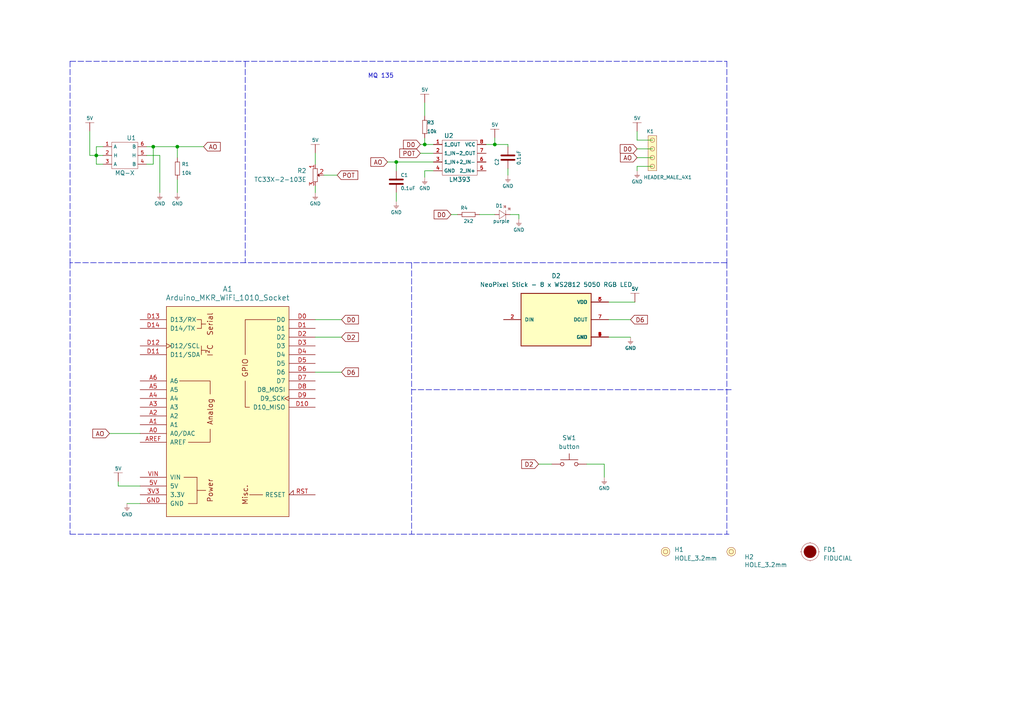
<source format=kicad_sch>
(kicad_sch
	(version 20231120)
	(generator "eeschema")
	(generator_version "8.0")
	(uuid "82d13a50-9821-40ba-a76e-b4d94ab0a9fe")
	(paper "A4")
	(lib_symbols
		(symbol "NeoPixel Stick - 8 x WS2812 5050 RGB LED:1426"
			(pin_names
				(offset 1.016)
			)
			(exclude_from_sim no)
			(in_bom yes)
			(on_board yes)
			(property "Reference" "D"
				(at -10.16 8.382 0)
				(effects
					(font
						(size 1.27 1.27)
					)
					(justify left bottom)
				)
			)
			(property "Value" "1426"
				(at -10.16 -10.16 0)
				(effects
					(font
						(size 1.27 1.27)
					)
					(justify left bottom)
				)
			)
			(property "Footprint" "1426:LED_1426"
				(at 0 0 0)
				(effects
					(font
						(size 1.27 1.27)
					)
					(justify bottom)
					(hide yes)
				)
			)
			(property "Datasheet" ""
				(at 0 0 0)
				(effects
					(font
						(size 1.27 1.27)
					)
					(hide yes)
				)
			)
			(property "Description" ""
				(at 0 0 0)
				(effects
					(font
						(size 1.27 1.27)
					)
					(hide yes)
				)
			)
			(property "MF" "Adafruit"
				(at 0 0 0)
				(effects
					(font
						(size 1.27 1.27)
					)
					(justify bottom)
					(hide yes)
				)
			)
			(property "Description_1" "\n                        \n                            NeoPixel Stick - 8 x WS2812 5050 RGB LED with Integrated Drivers | Adafruit Industries 1426\n                        \n"
				(at 0 0 0)
				(effects
					(font
						(size 1.27 1.27)
					)
					(justify bottom)
					(hide yes)
				)
			)
			(property "Package" "None"
				(at 0 0 0)
				(effects
					(font
						(size 1.27 1.27)
					)
					(justify bottom)
					(hide yes)
				)
			)
			(property "Price" "None"
				(at 0 0 0)
				(effects
					(font
						(size 1.27 1.27)
					)
					(justify bottom)
					(hide yes)
				)
			)
			(property "Check_prices" "https://www.snapeda.com/parts/1426/Adafruit+Industries/view-part/?ref=eda"
				(at 0 0 0)
				(effects
					(font
						(size 1.27 1.27)
					)
					(justify bottom)
					(hide yes)
				)
			)
			(property "STANDARD" "IPC 7351B"
				(at 0 0 0)
				(effects
					(font
						(size 1.27 1.27)
					)
					(justify bottom)
					(hide yes)
				)
			)
			(property "PARTREV" "v2"
				(at 0 0 0)
				(effects
					(font
						(size 1.27 1.27)
					)
					(justify bottom)
					(hide yes)
				)
			)
			(property "SnapEDA_Link" "https://www.snapeda.com/parts/1426/Adafruit+Industries/view-part/?ref=snap"
				(at 0 0 0)
				(effects
					(font
						(size 1.27 1.27)
					)
					(justify bottom)
					(hide yes)
				)
			)
			(property "MP" "1426"
				(at 0 0 0)
				(effects
					(font
						(size 1.27 1.27)
					)
					(justify bottom)
					(hide yes)
				)
			)
			(property "Availability" "In Stock"
				(at 0 0 0)
				(effects
					(font
						(size 1.27 1.27)
					)
					(justify bottom)
					(hide yes)
				)
			)
			(property "MANUFACTURER" "Adafruit"
				(at 0 0 0)
				(effects
					(font
						(size 1.27 1.27)
					)
					(justify bottom)
					(hide yes)
				)
			)
			(symbol "1426_0_0"
				(rectangle
					(start -10.16 -7.62)
					(end 10.16 7.62)
					(stroke
						(width 0.254)
						(type default)
					)
					(fill
						(type background)
					)
				)
				(pin power_in line
					(at 15.24 -5.08 180)
					(length 5.08)
					(name "GND"
						(effects
							(font
								(size 1.016 1.016)
							)
						)
					)
					(number "1"
						(effects
							(font
								(size 1.016 1.016)
							)
						)
					)
				)
				(pin input line
					(at -15.24 0 0)
					(length 5.08)
					(name "DIN"
						(effects
							(font
								(size 1.016 1.016)
							)
						)
					)
					(number "2"
						(effects
							(font
								(size 1.016 1.016)
							)
						)
					)
				)
				(pin power_in line
					(at 15.24 5.08 180)
					(length 5.08)
					(name "VDD"
						(effects
							(font
								(size 1.016 1.016)
							)
						)
					)
					(number "3"
						(effects
							(font
								(size 1.016 1.016)
							)
						)
					)
				)
				(pin power_in line
					(at 15.24 -5.08 180)
					(length 5.08)
					(name "GND"
						(effects
							(font
								(size 1.016 1.016)
							)
						)
					)
					(number "4"
						(effects
							(font
								(size 1.016 1.016)
							)
						)
					)
				)
				(pin power_in line
					(at 15.24 -5.08 180)
					(length 5.08)
					(name "GND"
						(effects
							(font
								(size 1.016 1.016)
							)
						)
					)
					(number "5"
						(effects
							(font
								(size 1.016 1.016)
							)
						)
					)
				)
				(pin power_in line
					(at 15.24 5.08 180)
					(length 5.08)
					(name "VDD"
						(effects
							(font
								(size 1.016 1.016)
							)
						)
					)
					(number "6"
						(effects
							(font
								(size 1.016 1.016)
							)
						)
					)
				)
				(pin output line
					(at 15.24 0 180)
					(length 5.08)
					(name "DOUT"
						(effects
							(font
								(size 1.016 1.016)
							)
						)
					)
					(number "7"
						(effects
							(font
								(size 1.016 1.016)
							)
						)
					)
				)
				(pin power_in line
					(at 15.24 -5.08 180)
					(length 5.08)
					(name "GND"
						(effects
							(font
								(size 1.016 1.016)
							)
						)
					)
					(number "8"
						(effects
							(font
								(size 1.016 1.016)
							)
						)
					)
				)
			)
		)
		(symbol "Switch:SW_MEC_5G"
			(pin_numbers hide)
			(pin_names
				(offset 1.016) hide)
			(exclude_from_sim no)
			(in_bom yes)
			(on_board yes)
			(property "Reference" "SW"
				(at 1.27 2.54 0)
				(effects
					(font
						(size 1.27 1.27)
					)
					(justify left)
				)
			)
			(property "Value" "SW_MEC_5G"
				(at 0 -1.524 0)
				(effects
					(font
						(size 1.27 1.27)
					)
				)
			)
			(property "Footprint" ""
				(at 0 5.08 0)
				(effects
					(font
						(size 1.27 1.27)
					)
					(hide yes)
				)
			)
			(property "Datasheet" "http://www.apem.com/int/index.php?controller=attachment&id_attachment=488"
				(at 0 5.08 0)
				(effects
					(font
						(size 1.27 1.27)
					)
					(hide yes)
				)
			)
			(property "Description" "MEC 5G single pole normally-open tactile switch"
				(at 0 0 0)
				(effects
					(font
						(size 1.27 1.27)
					)
					(hide yes)
				)
			)
			(property "ki_keywords" "switch normally-open pushbutton push-button"
				(at 0 0 0)
				(effects
					(font
						(size 1.27 1.27)
					)
					(hide yes)
				)
			)
			(property "ki_fp_filters" "SW*MEC*5G*"
				(at 0 0 0)
				(effects
					(font
						(size 1.27 1.27)
					)
					(hide yes)
				)
			)
			(symbol "SW_MEC_5G_0_1"
				(circle
					(center -2.032 0)
					(radius 0.508)
					(stroke
						(width 0)
						(type default)
					)
					(fill
						(type none)
					)
				)
				(polyline
					(pts
						(xy 0 1.27) (xy 0 3.048)
					)
					(stroke
						(width 0)
						(type default)
					)
					(fill
						(type none)
					)
				)
				(polyline
					(pts
						(xy 2.54 1.27) (xy -2.54 1.27)
					)
					(stroke
						(width 0)
						(type default)
					)
					(fill
						(type none)
					)
				)
				(circle
					(center 2.032 0)
					(radius 0.508)
					(stroke
						(width 0)
						(type default)
					)
					(fill
						(type none)
					)
				)
				(pin passive line
					(at -5.08 0 0)
					(length 2.54)
					(name "A"
						(effects
							(font
								(size 1.27 1.27)
							)
						)
					)
					(number "1"
						(effects
							(font
								(size 1.27 1.27)
							)
						)
					)
				)
				(pin passive line
					(at 5.08 0 180)
					(length 2.54)
					(name "B"
						(effects
							(font
								(size 1.27 1.27)
							)
						)
					)
					(number "3"
						(effects
							(font
								(size 1.27 1.27)
							)
						)
					)
				)
			)
			(symbol "SW_MEC_5G_1_1"
				(pin passive line
					(at -5.08 0 0)
					(length 2.54) hide
					(name "A"
						(effects
							(font
								(size 1.27 1.27)
							)
						)
					)
					(number "2"
						(effects
							(font
								(size 1.27 1.27)
							)
						)
					)
				)
				(pin passive line
					(at 5.08 0 180)
					(length 2.54) hide
					(name "B"
						(effects
							(font
								(size 1.27 1.27)
							)
						)
					)
					(number "4"
						(effects
							(font
								(size 1.27 1.27)
							)
						)
					)
				)
			)
		)
		(symbol "arduino-library:Arduino_MKR_WiFi_1010_Socket"
			(pin_names
				(offset 1.016)
			)
			(exclude_from_sim no)
			(in_bom yes)
			(on_board yes)
			(property "Reference" "A"
				(at 0 36.83 0)
				(effects
					(font
						(size 1.524 1.524)
					)
				)
			)
			(property "Value" "Arduino_MKR_WiFi_1010_Socket"
				(at 0 33.02 0)
				(effects
					(font
						(size 1.524 1.524)
					)
				)
			)
			(property "Footprint" "PCM_arduino-library:Arduino_MKR_WiFi_1010_Socket"
				(at 0 -38.1 0)
				(effects
					(font
						(size 1.524 1.524)
					)
					(hide yes)
				)
			)
			(property "Datasheet" "https://docs.arduino.cc/hardware/mkr-wifi-1010"
				(at 0 -34.29 0)
				(effects
					(font
						(size 1.524 1.524)
					)
					(hide yes)
				)
			)
			(property "Description" "Socket for Arduino MKR WiFi 1010"
				(at 0 0 0)
				(effects
					(font
						(size 1.27 1.27)
					)
					(hide yes)
				)
			)
			(property "ki_keywords" "Arduino MPU Socket"
				(at 0 0 0)
				(effects
					(font
						(size 1.27 1.27)
					)
					(hide yes)
				)
			)
			(property "ki_fp_filters" "Arduino_MKR_WiFi_1010_Socket"
				(at 0 0 0)
				(effects
					(font
						(size 1.27 1.27)
					)
					(hide yes)
				)
			)
			(symbol "Arduino_MKR_WiFi_1010_Socket_0_0"
				(rectangle
					(start -17.78 30.48)
					(end 17.78 -30.48)
					(stroke
						(width 0)
						(type default)
					)
					(fill
						(type background)
					)
				)
				(rectangle
					(start -12.7 -19.05)
					(end -8.89 -19.05)
					(stroke
						(width 0)
						(type default)
					)
					(fill
						(type none)
					)
				)
				(rectangle
					(start -11.43 -26.67)
					(end -8.89 -26.67)
					(stroke
						(width 0)
						(type default)
					)
					(fill
						(type none)
					)
				)
				(rectangle
					(start -8.89 -22.86)
					(end -6.35 -22.86)
					(stroke
						(width 0)
						(type default)
					)
					(fill
						(type none)
					)
				)
				(polyline
					(pts
						(xy -8.89 -19.05) (xy -8.89 -26.67)
					)
					(stroke
						(width 0)
						(type default)
					)
					(fill
						(type none)
					)
				)
				(polyline
					(pts
						(xy -7.62 25.4) (xy -6.35 25.4)
					)
					(stroke
						(width 0)
						(type default)
					)
					(fill
						(type none)
					)
				)
				(polyline
					(pts
						(xy -5.08 -5.08) (xy -5.08 -8.89) (xy -11.43 -8.89)
					)
					(stroke
						(width 0)
						(type default)
					)
					(fill
						(type none)
					)
				)
				(polyline
					(pts
						(xy -5.08 5.08) (xy -5.08 8.89) (xy -13.97 8.89)
					)
					(stroke
						(width 0)
						(type default)
					)
					(fill
						(type none)
					)
				)
				(polyline
					(pts
						(xy 5.08 8.89) (xy 5.08 1.27) (xy 6.35 1.27)
					)
					(stroke
						(width 0)
						(type default)
					)
					(fill
						(type none)
					)
				)
				(polyline
					(pts
						(xy 5.08 16.51) (xy 5.08 26.67) (xy 13.97 26.67)
					)
					(stroke
						(width 0)
						(type default)
					)
					(fill
						(type none)
					)
				)
				(polyline
					(pts
						(xy -8.89 26.67) (xy -7.62 26.67) (xy -7.62 24.13) (xy -8.89 24.13)
					)
					(stroke
						(width 0)
						(type default)
					)
					(fill
						(type none)
					)
				)
				(rectangle
					(start 6.35 -24.13)
					(end 10.16 -24.13)
					(stroke
						(width 0)
						(type default)
					)
					(fill
						(type none)
					)
				)
				(text "Analog"
					(at -5.08 0 900)
					(effects
						(font
							(size 1.524 1.524)
						)
					)
				)
				(text "I²C"
					(at -5.08 17.78 900)
					(effects
						(font
							(size 1.524 1.524)
						)
					)
				)
				(text "Misc."
					(at 5.08 -24.13 900)
					(effects
						(font
							(size 1.524 1.524)
						)
					)
				)
				(text "Power"
					(at -5.08 -22.86 900)
					(effects
						(font
							(size 1.524 1.524)
						)
					)
				)
				(text "Serial"
					(at -5.08 25.4 900)
					(effects
						(font
							(size 1.524 1.524)
						)
					)
				)
			)
			(symbol "Arduino_MKR_WiFi_1010_Socket_0_1"
				(polyline
					(pts
						(xy -7.62 16.51) (xy -7.62 19.05)
					)
					(stroke
						(width 0)
						(type default)
					)
					(fill
						(type none)
					)
				)
				(polyline
					(pts
						(xy -7.62 17.78) (xy -6.35 17.78)
					)
					(stroke
						(width 0)
						(type default)
					)
					(fill
						(type none)
					)
				)
			)
			(symbol "Arduino_MKR_WiFi_1010_Socket_1_0"
				(text "GPIO"
					(at 5.08 12.7 900)
					(effects
						(font
							(size 1.524 1.524)
						)
					)
				)
			)
			(symbol "Arduino_MKR_WiFi_1010_Socket_1_1"
				(pin power_out line
					(at -25.4 -24.13 0)
					(length 7.62)
					(name "3.3V"
						(effects
							(font
								(size 1.27 1.27)
							)
						)
					)
					(number "3V3"
						(effects
							(font
								(size 1.27 1.27)
							)
						)
					)
				)
				(pin power_in line
					(at -25.4 -21.59 0)
					(length 7.62)
					(name "5V"
						(effects
							(font
								(size 1.27 1.27)
							)
						)
					)
					(number "5V"
						(effects
							(font
								(size 1.27 1.27)
							)
						)
					)
				)
				(pin bidirectional line
					(at -25.4 -6.35 0)
					(length 7.62)
					(name "A0/DAC"
						(effects
							(font
								(size 1.27 1.27)
							)
						)
					)
					(number "A0"
						(effects
							(font
								(size 1.27 1.27)
							)
						)
					)
				)
				(pin bidirectional line
					(at -25.4 -3.81 0)
					(length 7.62)
					(name "A1"
						(effects
							(font
								(size 1.27 1.27)
							)
						)
					)
					(number "A1"
						(effects
							(font
								(size 1.27 1.27)
							)
						)
					)
				)
				(pin bidirectional line
					(at -25.4 -1.27 0)
					(length 7.62)
					(name "A2"
						(effects
							(font
								(size 1.27 1.27)
							)
						)
					)
					(number "A2"
						(effects
							(font
								(size 1.27 1.27)
							)
						)
					)
				)
				(pin bidirectional line
					(at -25.4 1.27 0)
					(length 7.62)
					(name "A3"
						(effects
							(font
								(size 1.27 1.27)
							)
						)
					)
					(number "A3"
						(effects
							(font
								(size 1.27 1.27)
							)
						)
					)
				)
				(pin bidirectional line
					(at -25.4 3.81 0)
					(length 7.62)
					(name "A4"
						(effects
							(font
								(size 1.27 1.27)
							)
						)
					)
					(number "A4"
						(effects
							(font
								(size 1.27 1.27)
							)
						)
					)
				)
				(pin bidirectional line
					(at -25.4 6.35 0)
					(length 7.62)
					(name "A5"
						(effects
							(font
								(size 1.27 1.27)
							)
						)
					)
					(number "A5"
						(effects
							(font
								(size 1.27 1.27)
							)
						)
					)
				)
				(pin bidirectional line
					(at -25.4 8.89 0)
					(length 7.62)
					(name "A6"
						(effects
							(font
								(size 1.27 1.27)
							)
						)
					)
					(number "A6"
						(effects
							(font
								(size 1.27 1.27)
							)
						)
					)
				)
				(pin input line
					(at -25.4 -8.89 0)
					(length 7.62)
					(name "AREF"
						(effects
							(font
								(size 1.27 1.27)
							)
						)
					)
					(number "AREF"
						(effects
							(font
								(size 1.27 1.27)
							)
						)
					)
				)
				(pin bidirectional line
					(at 25.4 26.67 180)
					(length 7.62)
					(name "D0"
						(effects
							(font
								(size 1.27 1.27)
							)
						)
					)
					(number "D0"
						(effects
							(font
								(size 1.27 1.27)
							)
						)
					)
				)
				(pin bidirectional line
					(at 25.4 24.13 180)
					(length 7.62)
					(name "D1"
						(effects
							(font
								(size 1.27 1.27)
							)
						)
					)
					(number "D1"
						(effects
							(font
								(size 1.27 1.27)
							)
						)
					)
				)
				(pin bidirectional line
					(at 25.4 1.27 180)
					(length 7.62)
					(name "D10_MISO"
						(effects
							(font
								(size 1.27 1.27)
							)
						)
					)
					(number "D10"
						(effects
							(font
								(size 1.27 1.27)
							)
						)
					)
				)
				(pin bidirectional line
					(at -25.4 16.51 0)
					(length 7.62)
					(name "D11/SDA"
						(effects
							(font
								(size 1.27 1.27)
							)
						)
					)
					(number "D11"
						(effects
							(font
								(size 1.27 1.27)
							)
						)
					)
				)
				(pin bidirectional clock
					(at -25.4 19.05 0)
					(length 7.62)
					(name "D12/SCL"
						(effects
							(font
								(size 1.27 1.27)
							)
						)
					)
					(number "D12"
						(effects
							(font
								(size 1.27 1.27)
							)
						)
					)
				)
				(pin bidirectional line
					(at -25.4 26.67 0)
					(length 7.62)
					(name "D13/RX"
						(effects
							(font
								(size 1.27 1.27)
							)
						)
					)
					(number "D13"
						(effects
							(font
								(size 1.27 1.27)
							)
						)
					)
				)
				(pin bidirectional line
					(at -25.4 24.13 0)
					(length 7.62)
					(name "D14/TX"
						(effects
							(font
								(size 1.27 1.27)
							)
						)
					)
					(number "D14"
						(effects
							(font
								(size 1.27 1.27)
							)
						)
					)
				)
				(pin bidirectional line
					(at 25.4 21.59 180)
					(length 7.62)
					(name "D2"
						(effects
							(font
								(size 1.27 1.27)
							)
						)
					)
					(number "D2"
						(effects
							(font
								(size 1.27 1.27)
							)
						)
					)
				)
				(pin bidirectional line
					(at 25.4 19.05 180)
					(length 7.62)
					(name "D3"
						(effects
							(font
								(size 1.27 1.27)
							)
						)
					)
					(number "D3"
						(effects
							(font
								(size 1.27 1.27)
							)
						)
					)
				)
				(pin bidirectional line
					(at 25.4 16.51 180)
					(length 7.62)
					(name "D4"
						(effects
							(font
								(size 1.27 1.27)
							)
						)
					)
					(number "D4"
						(effects
							(font
								(size 1.27 1.27)
							)
						)
					)
				)
				(pin bidirectional line
					(at 25.4 13.97 180)
					(length 7.62)
					(name "D5"
						(effects
							(font
								(size 1.27 1.27)
							)
						)
					)
					(number "D5"
						(effects
							(font
								(size 1.27 1.27)
							)
						)
					)
				)
				(pin bidirectional line
					(at 25.4 11.43 180)
					(length 7.62)
					(name "D6"
						(effects
							(font
								(size 1.27 1.27)
							)
						)
					)
					(number "D6"
						(effects
							(font
								(size 1.27 1.27)
							)
						)
					)
				)
				(pin bidirectional line
					(at 25.4 8.89 180)
					(length 7.62)
					(name "D7"
						(effects
							(font
								(size 1.27 1.27)
							)
						)
					)
					(number "D7"
						(effects
							(font
								(size 1.27 1.27)
							)
						)
					)
				)
				(pin bidirectional line
					(at 25.4 6.35 180)
					(length 7.62)
					(name "D8_MOSI"
						(effects
							(font
								(size 1.27 1.27)
							)
						)
					)
					(number "D8"
						(effects
							(font
								(size 1.27 1.27)
							)
						)
					)
				)
				(pin bidirectional clock
					(at 25.4 3.81 180)
					(length 7.62)
					(name "D9_SCK"
						(effects
							(font
								(size 1.27 1.27)
							)
						)
					)
					(number "D9"
						(effects
							(font
								(size 1.27 1.27)
							)
						)
					)
				)
				(pin power_in line
					(at -25.4 -26.67 0)
					(length 7.62)
					(name "GND"
						(effects
							(font
								(size 1.27 1.27)
							)
						)
					)
					(number "GND"
						(effects
							(font
								(size 1.27 1.27)
							)
						)
					)
				)
				(pin open_collector input_low
					(at 25.4 -24.13 180)
					(length 7.62)
					(name "RESET"
						(effects
							(font
								(size 1.27 1.27)
							)
						)
					)
					(number "RST"
						(effects
							(font
								(size 1.27 1.27)
							)
						)
					)
				)
				(pin power_in line
					(at -25.4 -19.05 0)
					(length 7.62)
					(name "VIN"
						(effects
							(font
								(size 1.27 1.27)
							)
						)
					)
					(number "VIN"
						(effects
							(font
								(size 1.27 1.27)
							)
						)
					)
				)
			)
		)
		(symbol "e-radionica.com schematics:0402LED"
			(pin_numbers hide)
			(pin_names
				(offset 0.254) hide)
			(exclude_from_sim no)
			(in_bom yes)
			(on_board yes)
			(property "Reference" "D"
				(at -0.635 2.54 0)
				(effects
					(font
						(size 1 1)
					)
				)
			)
			(property "Value" "0402LED"
				(at 0 -2.54 0)
				(effects
					(font
						(size 1 1)
					)
				)
			)
			(property "Footprint" "e-radionica.com footprinti:0402LED"
				(at 0 5.08 0)
				(effects
					(font
						(size 1 1)
					)
					(hide yes)
				)
			)
			(property "Datasheet" ""
				(at 0 0 0)
				(effects
					(font
						(size 1 1)
					)
					(hide yes)
				)
			)
			(property "Description" ""
				(at 0 0 0)
				(effects
					(font
						(size 1.27 1.27)
					)
					(hide yes)
				)
			)
			(property "Package" "0402"
				(at 0 0 0)
				(effects
					(font
						(size 1.27 1.27)
					)
					(hide yes)
				)
			)
			(symbol "0402LED_0_1"
				(polyline
					(pts
						(xy -0.635 1.27) (xy 1.27 0)
					)
					(stroke
						(width 0.0005)
						(type default)
					)
					(fill
						(type none)
					)
				)
				(polyline
					(pts
						(xy 0.635 1.905) (xy 1.27 2.54)
					)
					(stroke
						(width 0.0005)
						(type default)
					)
					(fill
						(type none)
					)
				)
				(polyline
					(pts
						(xy 1.27 1.27) (xy 1.27 -1.27)
					)
					(stroke
						(width 0.0005)
						(type default)
					)
					(fill
						(type none)
					)
				)
				(polyline
					(pts
						(xy 1.905 1.27) (xy 2.54 1.905)
					)
					(stroke
						(width 0.0005)
						(type default)
					)
					(fill
						(type none)
					)
				)
				(polyline
					(pts
						(xy -0.635 1.27) (xy -0.635 -1.27) (xy 1.27 0)
					)
					(stroke
						(width 0.0005)
						(type default)
					)
					(fill
						(type none)
					)
				)
				(polyline
					(pts
						(xy 1.27 2.54) (xy 0.635 2.54) (xy 1.27 1.905) (xy 1.27 2.54)
					)
					(stroke
						(width 0.0005)
						(type default)
					)
					(fill
						(type none)
					)
				)
				(polyline
					(pts
						(xy 2.54 1.905) (xy 1.905 1.905) (xy 2.54 1.27) (xy 2.54 1.905)
					)
					(stroke
						(width 0.0005)
						(type default)
					)
					(fill
						(type none)
					)
				)
			)
			(symbol "0402LED_1_1"
				(pin passive line
					(at -1.905 0 0)
					(length 1.27)
					(name "A"
						(effects
							(font
								(size 1.27 1.27)
							)
						)
					)
					(number "1"
						(effects
							(font
								(size 1.27 1.27)
							)
						)
					)
				)
				(pin passive line
					(at 2.54 0 180)
					(length 1.27)
					(name "K"
						(effects
							(font
								(size 1.27 1.27)
							)
						)
					)
					(number "2"
						(effects
							(font
								(size 1.27 1.27)
							)
						)
					)
				)
			)
		)
		(symbol "e-radionica.com schematics:0402R"
			(pin_numbers hide)
			(pin_names
				(offset 0.254)
			)
			(exclude_from_sim no)
			(in_bom yes)
			(on_board yes)
			(property "Reference" "R"
				(at -1.905 1.27 0)
				(effects
					(font
						(size 1 1)
					)
				)
			)
			(property "Value" "0402R"
				(at 0 -1.27 0)
				(effects
					(font
						(size 1 1)
					)
				)
			)
			(property "Footprint" "e-radionica.com footprinti:0402R"
				(at -2.54 1.905 0)
				(effects
					(font
						(size 1 1)
					)
					(hide yes)
				)
			)
			(property "Datasheet" ""
				(at -2.54 1.905 0)
				(effects
					(font
						(size 1 1)
					)
					(hide yes)
				)
			)
			(property "Description" ""
				(at 0 0 0)
				(effects
					(font
						(size 1.27 1.27)
					)
					(hide yes)
				)
			)
			(symbol "0402R_0_1"
				(rectangle
					(start -1.905 -0.635)
					(end 1.905 -0.6604)
					(stroke
						(width 0.1)
						(type default)
					)
					(fill
						(type none)
					)
				)
				(rectangle
					(start -1.905 0.635)
					(end -1.8796 -0.635)
					(stroke
						(width 0.1)
						(type default)
					)
					(fill
						(type none)
					)
				)
				(rectangle
					(start -1.905 0.635)
					(end 1.905 0.6096)
					(stroke
						(width 0.1)
						(type default)
					)
					(fill
						(type none)
					)
				)
				(rectangle
					(start 1.905 0.635)
					(end 1.9304 -0.635)
					(stroke
						(width 0.1)
						(type default)
					)
					(fill
						(type none)
					)
				)
			)
			(symbol "0402R_1_1"
				(pin passive line
					(at -3.175 0 0)
					(length 1.27)
					(name "~"
						(effects
							(font
								(size 1.27 1.27)
							)
						)
					)
					(number "1"
						(effects
							(font
								(size 1.27 1.27)
							)
						)
					)
				)
				(pin passive line
					(at 3.175 0 180)
					(length 1.27)
					(name "~"
						(effects
							(font
								(size 1.27 1.27)
							)
						)
					)
					(number "2"
						(effects
							(font
								(size 1.27 1.27)
							)
						)
					)
				)
			)
		)
		(symbol "e-radionica.com schematics:0603C"
			(pin_numbers hide)
			(pin_names
				(offset 0.002)
			)
			(exclude_from_sim no)
			(in_bom yes)
			(on_board yes)
			(property "Reference" "C"
				(at -0.635 3.175 0)
				(effects
					(font
						(size 1 1)
					)
				)
			)
			(property "Value" "0603C"
				(at 0 -3.175 0)
				(effects
					(font
						(size 1 1)
					)
				)
			)
			(property "Footprint" "e-radionica.com footprinti:0603C"
				(at 0 0 0)
				(effects
					(font
						(size 1 1)
					)
					(hide yes)
				)
			)
			(property "Datasheet" ""
				(at 0 0 0)
				(effects
					(font
						(size 1 1)
					)
					(hide yes)
				)
			)
			(property "Description" ""
				(at 0 0 0)
				(effects
					(font
						(size 1.27 1.27)
					)
					(hide yes)
				)
			)
			(symbol "0603C_0_1"
				(polyline
					(pts
						(xy -0.635 1.905) (xy -0.635 -1.905)
					)
					(stroke
						(width 0.5)
						(type default)
					)
					(fill
						(type none)
					)
				)
				(polyline
					(pts
						(xy 0.635 1.905) (xy 0.635 -1.905)
					)
					(stroke
						(width 0.5)
						(type default)
					)
					(fill
						(type none)
					)
				)
			)
			(symbol "0603C_1_1"
				(pin passive line
					(at -3.175 0 0)
					(length 2.54)
					(name "~"
						(effects
							(font
								(size 1.27 1.27)
							)
						)
					)
					(number "1"
						(effects
							(font
								(size 1.27 1.27)
							)
						)
					)
				)
				(pin passive line
					(at 3.175 0 180)
					(length 2.54)
					(name "~"
						(effects
							(font
								(size 1.27 1.27)
							)
						)
					)
					(number "2"
						(effects
							(font
								(size 1.27 1.27)
							)
						)
					)
				)
			)
		)
		(symbol "e-radionica.com schematics:0603R"
			(pin_numbers hide)
			(pin_names
				(offset 0.254)
			)
			(exclude_from_sim no)
			(in_bom yes)
			(on_board yes)
			(property "Reference" "R"
				(at -1.905 1.905 0)
				(effects
					(font
						(size 1 1)
					)
				)
			)
			(property "Value" "0603R"
				(at 0 -1.905 0)
				(effects
					(font
						(size 1 1)
					)
				)
			)
			(property "Footprint" "e-radionica.com footprinti:0603R"
				(at -0.635 1.905 0)
				(effects
					(font
						(size 1 1)
					)
					(hide yes)
				)
			)
			(property "Datasheet" ""
				(at -0.635 1.905 0)
				(effects
					(font
						(size 1 1)
					)
					(hide yes)
				)
			)
			(property "Description" ""
				(at 0 0 0)
				(effects
					(font
						(size 1.27 1.27)
					)
					(hide yes)
				)
			)
			(symbol "0603R_0_1"
				(rectangle
					(start -1.905 -0.635)
					(end 1.905 -0.6604)
					(stroke
						(width 0.1)
						(type default)
					)
					(fill
						(type none)
					)
				)
				(rectangle
					(start -1.905 0.635)
					(end -1.8796 -0.635)
					(stroke
						(width 0.1)
						(type default)
					)
					(fill
						(type none)
					)
				)
				(rectangle
					(start -1.905 0.635)
					(end 1.905 0.6096)
					(stroke
						(width 0.1)
						(type default)
					)
					(fill
						(type none)
					)
				)
				(rectangle
					(start 1.905 0.635)
					(end 1.9304 -0.635)
					(stroke
						(width 0.1)
						(type default)
					)
					(fill
						(type none)
					)
				)
			)
			(symbol "0603R_1_1"
				(pin passive line
					(at -3.175 0 0)
					(length 1.27)
					(name "~"
						(effects
							(font
								(size 1.27 1.27)
							)
						)
					)
					(number "1"
						(effects
							(font
								(size 1.27 1.27)
							)
						)
					)
				)
				(pin passive line
					(at 3.175 0 180)
					(length 1.27)
					(name "~"
						(effects
							(font
								(size 1.27 1.27)
							)
						)
					)
					(number "2"
						(effects
							(font
								(size 1.27 1.27)
							)
						)
					)
				)
			)
		)
		(symbol "e-radionica.com schematics:5V"
			(power)
			(pin_names
				(offset 0)
			)
			(exclude_from_sim no)
			(in_bom yes)
			(on_board yes)
			(property "Reference" "#PWR"
				(at 4.445 0 0)
				(effects
					(font
						(size 1 1)
					)
					(hide yes)
				)
			)
			(property "Value" "5V"
				(at 0 3.556 0)
				(effects
					(font
						(size 1 1)
					)
				)
			)
			(property "Footprint" ""
				(at 4.445 3.81 0)
				(effects
					(font
						(size 1 1)
					)
					(hide yes)
				)
			)
			(property "Datasheet" ""
				(at 4.445 3.81 0)
				(effects
					(font
						(size 1 1)
					)
					(hide yes)
				)
			)
			(property "Description" "Power symbol creates a global label with name \"+3V3\""
				(at 0 0 0)
				(effects
					(font
						(size 1.27 1.27)
					)
					(hide yes)
				)
			)
			(property "ki_keywords" "power-flag"
				(at 0 0 0)
				(effects
					(font
						(size 1.27 1.27)
					)
					(hide yes)
				)
			)
			(symbol "5V_0_1"
				(polyline
					(pts
						(xy -1.27 2.54) (xy 1.27 2.54)
					)
					(stroke
						(width 0.0005)
						(type default)
					)
					(fill
						(type none)
					)
				)
				(polyline
					(pts
						(xy 0 0) (xy 0 2.54)
					)
					(stroke
						(width 0)
						(type default)
					)
					(fill
						(type none)
					)
				)
			)
			(symbol "5V_1_1"
				(pin power_in line
					(at 0 0 90)
					(length 0) hide
					(name "5V"
						(effects
							(font
								(size 1.27 1.27)
							)
						)
					)
					(number "1"
						(effects
							(font
								(size 1.27 1.27)
							)
						)
					)
				)
			)
		)
		(symbol "e-radionica.com schematics:FIDUCIAL"
			(exclude_from_sim no)
			(in_bom no)
			(on_board yes)
			(property "Reference" "FD"
				(at 0 3.81 0)
				(effects
					(font
						(size 1.27 1.27)
					)
				)
			)
			(property "Value" "FIDUCIAL"
				(at 0 -3.81 0)
				(effects
					(font
						(size 1.27 1.27)
					)
				)
			)
			(property "Footprint" "e-radionica.com footprinti:FIDUCIAL_23"
				(at 0.254 -5.334 0)
				(effects
					(font
						(size 1.27 1.27)
					)
					(hide yes)
				)
			)
			(property "Datasheet" ""
				(at 0 0 0)
				(effects
					(font
						(size 1.27 1.27)
					)
					(hide yes)
				)
			)
			(property "Description" ""
				(at 0 0 0)
				(effects
					(font
						(size 1.27 1.27)
					)
					(hide yes)
				)
			)
			(symbol "FIDUCIAL_0_1"
				(polyline
					(pts
						(xy -2.54 0) (xy -2.794 0)
					)
					(stroke
						(width 0.0005)
						(type default)
					)
					(fill
						(type none)
					)
				)
				(polyline
					(pts
						(xy 0 -2.54) (xy 0 -2.794)
					)
					(stroke
						(width 0.0005)
						(type default)
					)
					(fill
						(type none)
					)
				)
				(polyline
					(pts
						(xy 0 2.54) (xy 0 2.794)
					)
					(stroke
						(width 0.0005)
						(type default)
					)
					(fill
						(type none)
					)
				)
				(polyline
					(pts
						(xy 2.54 0) (xy 2.794 0)
					)
					(stroke
						(width 0.0005)
						(type default)
					)
					(fill
						(type none)
					)
				)
				(circle
					(center 0 0)
					(radius 1.7961)
					(stroke
						(width 0.001)
						(type default)
					)
					(fill
						(type outline)
					)
				)
				(circle
					(center 0 0)
					(radius 2.54)
					(stroke
						(width 0.0005)
						(type default)
					)
					(fill
						(type none)
					)
				)
			)
		)
		(symbol "e-radionica.com schematics:GND"
			(power)
			(pin_names
				(offset 0)
			)
			(exclude_from_sim no)
			(in_bom yes)
			(on_board yes)
			(property "Reference" "#PWR"
				(at 4.445 0 0)
				(effects
					(font
						(size 1 1)
					)
					(hide yes)
				)
			)
			(property "Value" "GND"
				(at 0 -2.921 0)
				(effects
					(font
						(size 1 1)
					)
				)
			)
			(property "Footprint" ""
				(at 4.445 3.81 0)
				(effects
					(font
						(size 1 1)
					)
					(hide yes)
				)
			)
			(property "Datasheet" ""
				(at 4.445 3.81 0)
				(effects
					(font
						(size 1 1)
					)
					(hide yes)
				)
			)
			(property "Description" "Power symbol creates a global label with name \"GND\""
				(at 0 0 0)
				(effects
					(font
						(size 1.27 1.27)
					)
					(hide yes)
				)
			)
			(property "ki_keywords" "power-flag"
				(at 0 0 0)
				(effects
					(font
						(size 1.27 1.27)
					)
					(hide yes)
				)
			)
			(symbol "GND_0_1"
				(polyline
					(pts
						(xy -0.762 -1.27) (xy 0.762 -1.27)
					)
					(stroke
						(width 0.0005)
						(type default)
					)
					(fill
						(type none)
					)
				)
				(polyline
					(pts
						(xy -0.635 -1.524) (xy 0.635 -1.524)
					)
					(stroke
						(width 0.0005)
						(type default)
					)
					(fill
						(type none)
					)
				)
				(polyline
					(pts
						(xy -0.381 -1.778) (xy 0.381 -1.778)
					)
					(stroke
						(width 0.0005)
						(type default)
					)
					(fill
						(type none)
					)
				)
				(polyline
					(pts
						(xy -0.127 -2.032) (xy 0.127 -2.032)
					)
					(stroke
						(width 0.0005)
						(type default)
					)
					(fill
						(type none)
					)
				)
				(polyline
					(pts
						(xy 0 0) (xy 0 -1.27)
					)
					(stroke
						(width 0.0005)
						(type default)
					)
					(fill
						(type none)
					)
				)
			)
			(symbol "GND_1_1"
				(pin power_in line
					(at 0 0 270)
					(length 0) hide
					(name "GND"
						(effects
							(font
								(size 1.27 1.27)
							)
						)
					)
					(number "1"
						(effects
							(font
								(size 1.27 1.27)
							)
						)
					)
				)
			)
		)
		(symbol "e-radionica.com schematics:HEADER_MALE_4X1"
			(pin_numbers hide)
			(pin_names hide)
			(exclude_from_sim no)
			(in_bom yes)
			(on_board yes)
			(property "Reference" "K"
				(at -0.635 7.62 0)
				(effects
					(font
						(size 1 1)
					)
				)
			)
			(property "Value" "HEADER_MALE_4X1"
				(at 0 -5.08 0)
				(effects
					(font
						(size 1 1)
					)
				)
			)
			(property "Footprint" "e-radionica.com footprinti:HEADER_MALE_4X1"
				(at 0 -2.54 0)
				(effects
					(font
						(size 1 1)
					)
					(hide yes)
				)
			)
			(property "Datasheet" ""
				(at 0 -2.54 0)
				(effects
					(font
						(size 1 1)
					)
					(hide yes)
				)
			)
			(property "Description" ""
				(at 0 0 0)
				(effects
					(font
						(size 1.27 1.27)
					)
					(hide yes)
				)
			)
			(symbol "HEADER_MALE_4X1_0_1"
				(circle
					(center 0 -2.54)
					(radius 0.635)
					(stroke
						(width 0.0005)
						(type default)
					)
					(fill
						(type none)
					)
				)
				(circle
					(center 0 0)
					(radius 0.635)
					(stroke
						(width 0.0005)
						(type default)
					)
					(fill
						(type none)
					)
				)
				(circle
					(center 0 2.54)
					(radius 0.635)
					(stroke
						(width 0.0005)
						(type default)
					)
					(fill
						(type none)
					)
				)
				(circle
					(center 0 5.08)
					(radius 0.635)
					(stroke
						(width 0.0005)
						(type default)
					)
					(fill
						(type none)
					)
				)
				(rectangle
					(start 1.27 -3.81)
					(end -1.27 6.35)
					(stroke
						(width 0.001)
						(type default)
					)
					(fill
						(type background)
					)
				)
			)
			(symbol "HEADER_MALE_4X1_1_1"
				(pin passive line
					(at 0 -2.54 180)
					(length 0)
					(name "~"
						(effects
							(font
								(size 1 1)
							)
						)
					)
					(number "1"
						(effects
							(font
								(size 1 1)
							)
						)
					)
				)
				(pin passive line
					(at 0 0 180)
					(length 0)
					(name "~"
						(effects
							(font
								(size 1 1)
							)
						)
					)
					(number "2"
						(effects
							(font
								(size 1 1)
							)
						)
					)
				)
				(pin passive line
					(at 0 2.54 180)
					(length 0)
					(name "~"
						(effects
							(font
								(size 1 1)
							)
						)
					)
					(number "3"
						(effects
							(font
								(size 1 1)
							)
						)
					)
				)
				(pin passive line
					(at 0 5.08 180)
					(length 0)
					(name "~"
						(effects
							(font
								(size 1 1)
							)
						)
					)
					(number "4"
						(effects
							(font
								(size 1 1)
							)
						)
					)
				)
			)
		)
		(symbol "e-radionica.com schematics:HOLE_3.2mm"
			(pin_numbers hide)
			(pin_names hide)
			(exclude_from_sim no)
			(in_bom yes)
			(on_board yes)
			(property "Reference" "H"
				(at 0 2.54 0)
				(effects
					(font
						(size 1.27 1.27)
					)
				)
			)
			(property "Value" "HOLE_3.2mm"
				(at 0 -2.54 0)
				(effects
					(font
						(size 1.27 1.27)
					)
				)
			)
			(property "Footprint" "e-radionica.com footprinti:HOLE_3.2mm"
				(at 0 0 0)
				(effects
					(font
						(size 1.27 1.27)
					)
					(hide yes)
				)
			)
			(property "Datasheet" ""
				(at 0 0 0)
				(effects
					(font
						(size 1.27 1.27)
					)
					(hide yes)
				)
			)
			(property "Description" ""
				(at 0 0 0)
				(effects
					(font
						(size 1.27 1.27)
					)
					(hide yes)
				)
			)
			(symbol "HOLE_3.2mm_0_1"
				(circle
					(center 0 0)
					(radius 0.635)
					(stroke
						(width 0.0005)
						(type default)
					)
					(fill
						(type none)
					)
				)
				(circle
					(center 0 0)
					(radius 1.27)
					(stroke
						(width 0.001)
						(type default)
					)
					(fill
						(type background)
					)
				)
			)
		)
		(symbol "e-radionica.com schematics:LM393"
			(exclude_from_sim no)
			(in_bom yes)
			(on_board yes)
			(property "Reference" "U"
				(at 0 6.35 0)
				(effects
					(font
						(size 1.27 1.27)
					)
				)
			)
			(property "Value" "LM393"
				(at 0 -6.35 0)
				(effects
					(font
						(size 1.27 1.27)
					)
				)
			)
			(property "Footprint" "e-radionica.com footprinti:SOIC−8"
				(at 3.81 -2.54 0)
				(effects
					(font
						(size 1.27 1.27)
					)
					(hide yes)
				)
			)
			(property "Datasheet" ""
				(at 3.81 -2.54 0)
				(effects
					(font
						(size 1.27 1.27)
					)
					(hide yes)
				)
			)
			(property "Description" ""
				(at 0 0 0)
				(effects
					(font
						(size 1.27 1.27)
					)
					(hide yes)
				)
			)
			(symbol "LM393_0_1"
				(rectangle
					(start -5.08 5.08)
					(end 5.08 -5.08)
					(stroke
						(width 0.0005)
						(type default)
					)
					(fill
						(type none)
					)
				)
			)
			(symbol "LM393_1_1"
				(pin power_in line
					(at -7.62 3.81 0)
					(length 2.54)
					(name "1_OUT"
						(effects
							(font
								(size 1 1)
							)
						)
					)
					(number "1"
						(effects
							(font
								(size 1 1)
							)
						)
					)
				)
				(pin input line
					(at -7.62 1.27 0)
					(length 2.54)
					(name "1_IN-"
						(effects
							(font
								(size 1 1)
							)
						)
					)
					(number "2"
						(effects
							(font
								(size 1 1)
							)
						)
					)
				)
				(pin power_in line
					(at -7.62 -1.27 0)
					(length 2.54)
					(name "1_IN+"
						(effects
							(font
								(size 1 1)
							)
						)
					)
					(number "3"
						(effects
							(font
								(size 1 1)
							)
						)
					)
				)
				(pin passive line
					(at -7.62 -3.81 0)
					(length 2.54)
					(name "GND"
						(effects
							(font
								(size 1 1)
							)
						)
					)
					(number "4"
						(effects
							(font
								(size 1 1)
							)
						)
					)
				)
				(pin power_in line
					(at 7.62 -3.81 180)
					(length 2.54)
					(name "2_IN+"
						(effects
							(font
								(size 1 1)
							)
						)
					)
					(number "5"
						(effects
							(font
								(size 1 1)
							)
						)
					)
				)
				(pin power_in line
					(at 7.62 -1.27 180)
					(length 2.54)
					(name "2_IN-"
						(effects
							(font
								(size 1 1)
							)
						)
					)
					(number "6"
						(effects
							(font
								(size 1 1)
							)
						)
					)
				)
				(pin power_out line
					(at 7.62 1.27 180)
					(length 2.54)
					(name "2_OUT"
						(effects
							(font
								(size 1 1)
							)
						)
					)
					(number "7"
						(effects
							(font
								(size 1 1)
							)
						)
					)
				)
				(pin power_in line
					(at 7.62 3.81 180)
					(length 2.54)
					(name "VCC"
						(effects
							(font
								(size 1 1)
							)
						)
					)
					(number "8"
						(effects
							(font
								(size 1 1)
							)
						)
					)
				)
			)
		)
		(symbol "e-radionica.com schematics:MQ"
			(exclude_from_sim no)
			(in_bom yes)
			(on_board yes)
			(property "Reference" "U"
				(at 0 5.08 0)
				(effects
					(font
						(size 1.27 1.27)
					)
				)
			)
			(property "Value" "MQ"
				(at 0 -5.08 0)
				(effects
					(font
						(size 1.27 1.27)
					)
				)
			)
			(property "Footprint" "e-radionica.com footprinti:MQ"
				(at 2.286 0 0)
				(effects
					(font
						(size 1.27 1.27)
					)
					(hide yes)
				)
			)
			(property "Datasheet" ""
				(at 2.286 0 0)
				(effects
					(font
						(size 1.27 1.27)
					)
					(hide yes)
				)
			)
			(property "Description" ""
				(at 0 0 0)
				(effects
					(font
						(size 1.27 1.27)
					)
					(hide yes)
				)
			)
			(symbol "MQ_0_1"
				(rectangle
					(start -3.81 3.81)
					(end 3.81 -3.81)
					(stroke
						(width 0.0005)
						(type default)
					)
					(fill
						(type none)
					)
				)
			)
			(symbol "MQ_1_1"
				(pin input line
					(at -6.35 2.54 0)
					(length 2.54)
					(name "A"
						(effects
							(font
								(size 1 1)
							)
						)
					)
					(number "1"
						(effects
							(font
								(size 1 1)
							)
						)
					)
				)
				(pin input line
					(at -6.35 0 0)
					(length 2.54)
					(name "H"
						(effects
							(font
								(size 1 1)
							)
						)
					)
					(number "2"
						(effects
							(font
								(size 1 1)
							)
						)
					)
				)
				(pin input line
					(at -6.35 -2.54 0)
					(length 2.54)
					(name "A"
						(effects
							(font
								(size 1 1)
							)
						)
					)
					(number "3"
						(effects
							(font
								(size 1 1)
							)
						)
					)
				)
				(pin input line
					(at 6.35 -2.54 180)
					(length 2.54)
					(name "B"
						(effects
							(font
								(size 1 1)
							)
						)
					)
					(number "4"
						(effects
							(font
								(size 1 1)
							)
						)
					)
				)
				(pin input line
					(at 6.35 0 180)
					(length 2.54)
					(name "H"
						(effects
							(font
								(size 1 1)
							)
						)
					)
					(number "5"
						(effects
							(font
								(size 1 1)
							)
						)
					)
				)
				(pin input line
					(at 6.35 2.54 180)
					(length 2.54)
					(name "B"
						(effects
							(font
								(size 1 1)
							)
						)
					)
					(number "6"
						(effects
							(font
								(size 1 1)
							)
						)
					)
				)
			)
		)
		(symbol "e-radionica.com schematics:tc33x-2-103e"
			(exclude_from_sim no)
			(in_bom yes)
			(on_board yes)
			(property "Reference" "R"
				(at -1.778 3.302 0)
				(effects
					(font
						(size 1.27 1.27)
					)
				)
			)
			(property "Value" "tc33x-2-103e"
				(at 0 -2.54 0)
				(effects
					(font
						(size 1.27 1.27)
					)
				)
			)
			(property "Footprint" "e-radionica.com footprinti:tc33x-2-103e"
				(at 0 -5.08 0)
				(effects
					(font
						(size 1.27 1.27)
					)
					(hide yes)
				)
			)
			(property "Datasheet" ""
				(at -0.0508 -0.0508 0)
				(effects
					(font
						(size 1.27 1.27)
					)
					(hide yes)
				)
			)
			(property "Description" ""
				(at 0 0 0)
				(effects
					(font
						(size 1.27 1.27)
					)
					(hide yes)
				)
			)
			(symbol "tc33x-2-103e_0_1"
				(rectangle
					(start -1.905 -0.635)
					(end 1.905 -0.6604)
					(stroke
						(width 0.1)
						(type default)
					)
					(fill
						(type none)
					)
				)
				(rectangle
					(start -1.905 0.635)
					(end -1.8796 -0.635)
					(stroke
						(width 0.1)
						(type default)
					)
					(fill
						(type none)
					)
				)
				(rectangle
					(start -1.905 0.635)
					(end 1.905 0.6096)
					(stroke
						(width 0.1)
						(type default)
					)
					(fill
						(type none)
					)
				)
				(polyline
					(pts
						(xy -0.4318 1.1684) (xy 0.4826 1.1684) (xy 0 0.635) (xy -0.4064 1.0922) (xy -0.4826 1.1684) (xy 0 0.7874)
						(xy 0.3048 1.1176) (xy -0.254 1.0668) (xy 0.0254 0.8636) (xy 0.0762 1.0414) (xy -0.0254 0.9652)
					)
					(stroke
						(width 0.0005)
						(type default)
					)
					(fill
						(type none)
					)
				)
				(rectangle
					(start 1.905 0.635)
					(end 1.9304 -0.635)
					(stroke
						(width 0.1)
						(type default)
					)
					(fill
						(type none)
					)
				)
			)
			(symbol "tc33x-2-103e_1_1"
				(pin passive line
					(at -3.175 0 0)
					(length 1.27)
					(name "~"
						(effects
							(font
								(size 1.27 1.27)
							)
						)
					)
					(number "1"
						(effects
							(font
								(size 1.27 1.27)
							)
						)
					)
				)
				(pin passive line
					(at 0 2.4892 270)
					(length 1.27)
					(name ""
						(effects
							(font
								(size 1.27 1.27)
							)
						)
					)
					(number "2"
						(effects
							(font
								(size 1.27 1.27)
							)
						)
					)
				)
				(pin passive line
					(at 3.175 0.0002 180)
					(length 1.27)
					(name "~"
						(effects
							(font
								(size 1.27 1.27)
							)
						)
					)
					(number "3"
						(effects
							(font
								(size 1.27 1.27)
							)
						)
					)
				)
			)
		)
	)
	(junction
		(at 44.45 42.545)
		(diameter 0.9144)
		(color 0 0 0 0)
		(uuid "3a6e0cba-33bc-43ba-af54-1c21e4cb8c26")
	)
	(junction
		(at 27.94 45.085)
		(diameter 0.9144)
		(color 0 0 0 0)
		(uuid "5a13ee0f-aeb4-4bd6-a26e-86712275ec83")
	)
	(junction
		(at 51.435 42.545)
		(diameter 0.9144)
		(color 0 0 0 0)
		(uuid "6a1ec20a-ee1e-4518-8b40-cc6f970f2e4d")
	)
	(junction
		(at 143.51 41.91)
		(diameter 0.9144)
		(color 0 0 0 0)
		(uuid "b6059bc1-1977-4877-a2e3-af485c2bba65")
	)
	(junction
		(at 114.935 46.99)
		(diameter 0.9144)
		(color 0 0 0 0)
		(uuid "edd947f9-19ff-4701-be53-f1843d8dbd09")
	)
	(junction
		(at 123.19 41.91)
		(diameter 0.9144)
		(color 0 0 0 0)
		(uuid "f217d50c-2703-489a-965d-5fe977a7b7f8")
	)
	(wire
		(pts
			(xy 42.545 42.545) (xy 44.45 42.545)
		)
		(stroke
			(width 0)
			(type solid)
		)
		(uuid "0695d603-6507-40ae-b09f-b26ab2bea23a")
	)
	(wire
		(pts
			(xy 44.45 42.545) (xy 44.45 47.625)
		)
		(stroke
			(width 0)
			(type solid)
		)
		(uuid "0695d603-6507-40ae-b09f-b26ab2bea23b")
	)
	(wire
		(pts
			(xy 44.45 47.625) (xy 42.545 47.625)
		)
		(stroke
			(width 0)
			(type solid)
		)
		(uuid "0695d603-6507-40ae-b09f-b26ab2bea23c")
	)
	(wire
		(pts
			(xy 27.94 45.085) (xy 27.94 47.625)
		)
		(stroke
			(width 0)
			(type solid)
		)
		(uuid "06bfb560-c96c-4471-9426-0b2ea7de102f")
	)
	(wire
		(pts
			(xy 147.32 42.545) (xy 147.32 41.91)
		)
		(stroke
			(width 0)
			(type solid)
		)
		(uuid "07a8e2b9-37ff-453d-b9b1-482e968298ca")
	)
	(wire
		(pts
			(xy 125.73 49.53) (xy 123.19 49.53)
		)
		(stroke
			(width 0)
			(type solid)
		)
		(uuid "0be37ccb-3ee5-4df1-bb1d-9e3f7bcebf8d")
	)
	(wire
		(pts
			(xy 184.785 45.72) (xy 189.23 45.72)
		)
		(stroke
			(width 0)
			(type solid)
		)
		(uuid "0c3a175e-2d02-4f4c-821d-78179389acfa")
	)
	(wire
		(pts
			(xy 91.4402 53.975) (xy 91.4402 55.88)
		)
		(stroke
			(width 0)
			(type solid)
		)
		(uuid "144f82c8-b159-4420-bb06-2ad58baff006")
	)
	(wire
		(pts
			(xy 176.53 92.71) (xy 182.88 92.71)
		)
		(stroke
			(width 0)
			(type default)
		)
		(uuid "16eb2180-d140-479a-bbe5-a41a262229a7")
	)
	(wire
		(pts
			(xy 114.935 55.88) (xy 114.935 58.42)
		)
		(stroke
			(width 0)
			(type solid)
		)
		(uuid "180731eb-7bdb-49e8-ada9-0ff1272bc6dd")
	)
	(wire
		(pts
			(xy 184.785 40.64) (xy 184.785 38.1)
		)
		(stroke
			(width 0)
			(type solid)
		)
		(uuid "239d3908-b39a-4cfe-8947-28ddd466f17a")
	)
	(wire
		(pts
			(xy 91.44 107.95) (xy 99.06 107.95)
		)
		(stroke
			(width 0)
			(type default)
		)
		(uuid "25d02ee9-a9d6-4946-901e-9ee2ee4227d5")
	)
	(wire
		(pts
			(xy 189.23 40.64) (xy 184.785 40.64)
		)
		(stroke
			(width 0)
			(type solid)
		)
		(uuid "26c66eaf-9bc6-4246-a12a-84cdba88b757")
	)
	(wire
		(pts
			(xy 189.23 48.26) (xy 184.785 48.26)
		)
		(stroke
			(width 0)
			(type solid)
		)
		(uuid "2c28e8d7-0239-4b01-9c11-a3e9ca49700b")
	)
	(polyline
		(pts
			(xy 210.82 17.78) (xy 210.82 76.2)
		)
		(stroke
			(width 0)
			(type dash)
		)
		(uuid "2d0a3697-b942-4c90-8cbf-30efbdc263cc")
	)
	(polyline
		(pts
			(xy 210.82 76.2) (xy 20.32 76.2)
		)
		(stroke
			(width 0)
			(type dash)
		)
		(uuid "352cebad-f19b-4f83-a750-ba6f7c3231d0")
	)
	(wire
		(pts
			(xy 31.75 125.73) (xy 40.64 125.73)
		)
		(stroke
			(width 0)
			(type default)
		)
		(uuid "3645132d-4dc6-41ea-b198-ff8e457f072e")
	)
	(wire
		(pts
			(xy 114.935 46.99) (xy 125.73 46.99)
		)
		(stroke
			(width 0)
			(type solid)
		)
		(uuid "370b3aba-291e-414b-8974-b6a09814b012")
	)
	(wire
		(pts
			(xy 121.92 41.91) (xy 123.19 41.91)
		)
		(stroke
			(width 0)
			(type solid)
		)
		(uuid "3a76f82e-bda0-402a-a8a7-2a8bcb64943b")
	)
	(wire
		(pts
			(xy 51.435 42.545) (xy 59.055 42.545)
		)
		(stroke
			(width 0)
			(type solid)
		)
		(uuid "3bd68823-eb53-431f-86e5-bbfd4e4423cc")
	)
	(wire
		(pts
			(xy 26.035 38.1) (xy 26.035 45.085)
		)
		(stroke
			(width 0)
			(type solid)
		)
		(uuid "413b948f-5e0a-42fe-a146-1dc33778fc0f")
	)
	(wire
		(pts
			(xy 27.94 45.085) (xy 26.035 45.085)
		)
		(stroke
			(width 0)
			(type solid)
		)
		(uuid "413b948f-5e0a-42fe-a146-1dc33778fc10")
	)
	(wire
		(pts
			(xy 29.845 45.085) (xy 27.94 45.085)
		)
		(stroke
			(width 0)
			(type solid)
		)
		(uuid "413b948f-5e0a-42fe-a146-1dc33778fc11")
	)
	(wire
		(pts
			(xy 123.19 40.005) (xy 123.19 41.91)
		)
		(stroke
			(width 0)
			(type solid)
		)
		(uuid "4b867bb0-3838-4bd3-a05b-1901ca6e4190")
	)
	(wire
		(pts
			(xy 34.29 140.97) (xy 34.29 139.7)
		)
		(stroke
			(width 0)
			(type default)
		)
		(uuid "51975f14-3baf-48f9-8cd5-d2cb7be897fa")
	)
	(wire
		(pts
			(xy 140.97 41.91) (xy 143.51 41.91)
		)
		(stroke
			(width 0)
			(type solid)
		)
		(uuid "548af52c-99c9-431d-b7b4-59c55f0ce7c5")
	)
	(wire
		(pts
			(xy 27.94 47.625) (xy 29.845 47.625)
		)
		(stroke
			(width 0)
			(type solid)
		)
		(uuid "55d3962e-c9e0-47e4-88dd-12fe08cdc438")
	)
	(wire
		(pts
			(xy 29.845 42.545) (xy 27.94 42.545)
		)
		(stroke
			(width 0)
			(type solid)
		)
		(uuid "55d3962e-c9e0-47e4-88dd-12fe08cdc439")
	)
	(wire
		(pts
			(xy 139.065 62.23) (xy 143.51 62.23)
		)
		(stroke
			(width 0)
			(type solid)
		)
		(uuid "5d6c4aa8-751a-4297-b0ed-eb37a8eeb405")
	)
	(wire
		(pts
			(xy 150.495 62.23) (xy 150.495 63.5)
		)
		(stroke
			(width 0)
			(type solid)
		)
		(uuid "64f62f02-bb74-4ca6-abbd-51e8f5cd8bb8")
	)
	(wire
		(pts
			(xy 44.45 42.545) (xy 51.435 42.545)
		)
		(stroke
			(width 0)
			(type solid)
		)
		(uuid "6556edff-3f84-494f-9764-df5ddd25075c")
	)
	(wire
		(pts
			(xy 51.435 42.545) (xy 51.435 45.72)
		)
		(stroke
			(width 0)
			(type solid)
		)
		(uuid "6556edff-3f84-494f-9764-df5ddd25075d")
	)
	(wire
		(pts
			(xy 46.355 45.085) (xy 46.355 55.88)
		)
		(stroke
			(width 0)
			(type solid)
		)
		(uuid "686344e7-4735-47cd-86f9-6ee5dad0507c")
	)
	(wire
		(pts
			(xy 147.32 48.895) (xy 147.32 50.8)
		)
		(stroke
			(width 0)
			(type solid)
		)
		(uuid "79650f2f-488f-4cb3-9bec-f663a1af0c7d")
	)
	(wire
		(pts
			(xy 91.44 55.88) (xy 91.4402 55.88)
		)
		(stroke
			(width 0)
			(type solid)
		)
		(uuid "80899d0c-5b5a-4d92-8321-8b73604d59d7")
	)
	(polyline
		(pts
			(xy 20.32 17.78) (xy 210.82 17.78)
		)
		(stroke
			(width 0)
			(type dash)
		)
		(uuid "81961fca-0319-47a7-b87c-9fb84ed1ed3e")
	)
	(wire
		(pts
			(xy 121.92 44.45) (xy 125.73 44.45)
		)
		(stroke
			(width 0)
			(type solid)
		)
		(uuid "84369d0f-23e3-4b74-98a8-8e2917aaa8e4")
	)
	(polyline
		(pts
			(xy 20.32 17.78) (xy 20.32 76.2)
		)
		(stroke
			(width 0)
			(type dash)
		)
		(uuid "8ca1883b-913e-4516-a8f2-d8cb301a4ec4")
	)
	(wire
		(pts
			(xy 170.18 134.62) (xy 175.26 134.62)
		)
		(stroke
			(width 0)
			(type default)
		)
		(uuid "98a90506-603b-4ba5-96fd-c6cd24ed2cdd")
	)
	(wire
		(pts
			(xy 175.26 134.62) (xy 175.26 138.43)
		)
		(stroke
			(width 0)
			(type default)
		)
		(uuid "9dc77eb7-386c-43f8-814c-ba858dfc7d61")
	)
	(wire
		(pts
			(xy 91.44 97.79) (xy 99.06 97.79)
		)
		(stroke
			(width 0)
			(type default)
		)
		(uuid "a50c2bc2-5fee-4355-bd70-7315c2ed13a9")
	)
	(polyline
		(pts
			(xy 71.12 17.78) (xy 71.12 76.2)
		)
		(stroke
			(width 0)
			(type dash)
		)
		(uuid "b0aada79-6b72-420e-91c4-598b0e8da8ea")
	)
	(wire
		(pts
			(xy 27.94 42.545) (xy 27.94 45.085)
		)
		(stroke
			(width 0)
			(type solid)
		)
		(uuid "b118eb9e-8b4c-49a0-914b-72d13d1948b1")
	)
	(wire
		(pts
			(xy 40.64 140.97) (xy 34.29 140.97)
		)
		(stroke
			(width 0)
			(type default)
		)
		(uuid "b2b1ff8a-f7e8-4e76-83be-8a01b40333ba")
	)
	(wire
		(pts
			(xy 93.9292 50.8) (xy 97.79 50.8)
		)
		(stroke
			(width 0)
			(type solid)
		)
		(uuid "bd22f1cc-21e3-4f17-802b-ebf00f876834")
	)
	(polyline
		(pts
			(xy 119.38 76.2) (xy 119.38 154.94)
		)
		(stroke
			(width 0)
			(type dash)
		)
		(uuid "c0e118c4-dbbf-44eb-8df7-2ebe5c1c80fb")
	)
	(wire
		(pts
			(xy 156.21 134.62) (xy 160.02 134.62)
		)
		(stroke
			(width 0)
			(type default)
		)
		(uuid "c17fd502-083d-450d-b562-9a5bea27816f")
	)
	(wire
		(pts
			(xy 51.435 52.07) (xy 51.435 55.88)
		)
		(stroke
			(width 0)
			(type solid)
		)
		(uuid "c24cc172-c5c2-4b4c-9abb-c258bd323a0d")
	)
	(wire
		(pts
			(xy 147.32 41.91) (xy 143.51 41.91)
		)
		(stroke
			(width 0)
			(type solid)
		)
		(uuid "c4e803a1-b64e-4183-8c34-5968af02f841")
	)
	(polyline
		(pts
			(xy 212.09 113.03) (xy 119.38 113.03)
		)
		(stroke
			(width 0)
			(type dash)
		)
		(uuid "c4ec7bb9-bfaf-4563-bc5f-063ec0f0597c")
	)
	(wire
		(pts
			(xy 184.785 48.26) (xy 184.785 49.53)
		)
		(stroke
			(width 0)
			(type solid)
		)
		(uuid "c5923735-70c6-46e0-b518-767080125b26")
	)
	(wire
		(pts
			(xy 130.81 62.23) (xy 132.715 62.23)
		)
		(stroke
			(width 0)
			(type solid)
		)
		(uuid "cb2de617-8bcd-4c8b-92c6-c4237da716be")
	)
	(wire
		(pts
			(xy 112.395 46.99) (xy 114.935 46.99)
		)
		(stroke
			(width 0)
			(type solid)
		)
		(uuid "d12e6ff8-7eb2-491e-b622-ba77f387b7a8")
	)
	(wire
		(pts
			(xy 123.19 41.91) (xy 125.73 41.91)
		)
		(stroke
			(width 0)
			(type solid)
		)
		(uuid "d51cb466-415a-4641-b6f1-6efbf8d878d1")
	)
	(wire
		(pts
			(xy 143.51 41.91) (xy 143.51 40.005)
		)
		(stroke
			(width 0)
			(type solid)
		)
		(uuid "d7a1e407-60bc-4c04-8c36-61a3b9b8b956")
	)
	(wire
		(pts
			(xy 147.955 62.23) (xy 150.495 62.23)
		)
		(stroke
			(width 0)
			(type solid)
		)
		(uuid "dddc6d2f-750d-4e8f-ae01-115b35db55fc")
	)
	(wire
		(pts
			(xy 184.785 43.18) (xy 189.23 43.18)
		)
		(stroke
			(width 0)
			(type solid)
		)
		(uuid "de262e25-6f6d-4545-b45f-5131896d6e33")
	)
	(wire
		(pts
			(xy 114.935 46.99) (xy 114.935 49.53)
		)
		(stroke
			(width 0)
			(type solid)
		)
		(uuid "dea9b4ae-4c9c-492a-8bf4-c010ca38d809")
	)
	(wire
		(pts
			(xy 91.44 92.71) (xy 99.06 92.71)
		)
		(stroke
			(width 0)
			(type default)
		)
		(uuid "e0165ae6-bde9-4059-8d6c-02323e49ace3")
	)
	(wire
		(pts
			(xy 176.53 87.63) (xy 184.15 87.63)
		)
		(stroke
			(width 0)
			(type default)
		)
		(uuid "e09ce255-4487-4ef6-95a5-3c97fa9b985f")
	)
	(wire
		(pts
			(xy 91.44 44.45) (xy 91.44 47.625)
		)
		(stroke
			(width 0)
			(type solid)
		)
		(uuid "e0f96309-4164-4264-9fc9-bdc92ea5803c")
	)
	(wire
		(pts
			(xy 42.545 45.085) (xy 46.355 45.085)
		)
		(stroke
			(width 0)
			(type solid)
		)
		(uuid "e291efae-397a-4650-b146-4427c06b158c")
	)
	(polyline
		(pts
			(xy 20.32 154.94) (xy 211.455 154.94)
		)
		(stroke
			(width 0)
			(type dash)
		)
		(uuid "e5289b82-2c6a-475f-9cf9-bac1216d5e41")
	)
	(wire
		(pts
			(xy 123.19 29.845) (xy 123.19 33.655)
		)
		(stroke
			(width 0)
			(type solid)
		)
		(uuid "e7af651a-212a-4b6a-9ece-4ad9c05fe18f")
	)
	(polyline
		(pts
			(xy 210.82 76.2) (xy 210.82 154.94)
		)
		(stroke
			(width 0)
			(type dash)
		)
		(uuid "ea60e7bf-7819-4281-8391-8afb3c6d2e38")
	)
	(wire
		(pts
			(xy 36.83 146.05) (xy 40.64 146.05)
		)
		(stroke
			(width 0)
			(type default)
		)
		(uuid "ee4bfb43-4d4b-424a-a11a-f56124a87bef")
	)
	(wire
		(pts
			(xy 176.53 97.79) (xy 182.88 97.79)
		)
		(stroke
			(width 0)
			(type default)
		)
		(uuid "f2c02910-b889-4097-9284-62c2065fe818")
	)
	(polyline
		(pts
			(xy 20.32 76.2) (xy 20.32 154.94)
		)
		(stroke
			(width 0)
			(type dash)
		)
		(uuid "f6beec96-2f32-4932-b1e0-225ccdc6e4a0")
	)
	(wire
		(pts
			(xy 123.19 49.53) (xy 123.19 51.435)
		)
		(stroke
			(width 0)
			(type solid)
		)
		(uuid "fc0d8f09-c5c4-42ae-a13f-f72cfad95608")
	)
	(text "MQ 135"
		(exclude_from_sim no)
		(at 106.68 22.86 0)
		(effects
			(font
				(size 1.27 1.27)
			)
			(justify left bottom)
		)
		(uuid "54aac548-4782-4740-8ab7-73a13a0801d9")
	)
	(global_label "AO"
		(shape input)
		(at 112.395 46.99 180)
		(effects
			(font
				(size 1.27 1.27)
			)
			(justify right)
		)
		(uuid "188eb125-5f8b-4579-bda8-da8298386c72")
		(property "Intersheetrefs" "${INTERSHEET_REFS}"
			(at 106.1598 46.9106 0)
			(effects
				(font
					(size 1.27 1.27)
				)
				(justify right)
				(hide yes)
			)
		)
	)
	(global_label "D6"
		(shape input)
		(at 182.88 92.71 0)
		(effects
			(font
				(size 1.27 1.27)
			)
			(justify left)
		)
		(uuid "319ac3b3-d464-4d1a-bad5-98738848de20")
		(property "Intersheetrefs" "${INTERSHEET_REFS}"
			(at 189.2966 92.7894 0)
			(effects
				(font
					(size 1.27 1.27)
				)
				(justify left)
				(hide yes)
			)
		)
	)
	(global_label "D0"
		(shape input)
		(at 130.81 62.23 180)
		(effects
			(font
				(size 1.27 1.27)
			)
			(justify right)
		)
		(uuid "37fa4f31-431d-4bed-b2fc-a2e412fe7fed")
		(property "Intersheetrefs" "${INTERSHEET_REFS}"
			(at 124.3934 62.1506 0)
			(effects
				(font
					(size 1.27 1.27)
				)
				(justify right)
				(hide yes)
			)
		)
	)
	(global_label "D6"
		(shape input)
		(at 99.06 107.95 0)
		(effects
			(font
				(size 1.27 1.27)
			)
			(justify left)
		)
		(uuid "50ced72a-48ce-4b5e-a576-07a09374eda7")
		(property "Intersheetrefs" "${INTERSHEET_REFS}"
			(at 105.4766 108.0294 0)
			(effects
				(font
					(size 1.27 1.27)
				)
				(justify left)
				(hide yes)
			)
		)
	)
	(global_label "D0"
		(shape input)
		(at 184.785 43.18 180)
		(effects
			(font
				(size 1.27 1.27)
			)
			(justify right)
		)
		(uuid "6196a6f0-6773-4cb2-9089-9940c9334f51")
		(property "Intersheetrefs" "${INTERSHEET_REFS}"
			(at 178.3684 43.1006 0)
			(effects
				(font
					(size 1.27 1.27)
				)
				(justify right)
				(hide yes)
			)
		)
	)
	(global_label "AO"
		(shape input)
		(at 31.75 125.73 180)
		(effects
			(font
				(size 1.27 1.27)
			)
			(justify right)
		)
		(uuid "82b86f7e-f3a7-4b69-9198-142d4a44be72")
		(property "Intersheetrefs" "${INTERSHEET_REFS}"
			(at 25.5148 125.6506 0)
			(effects
				(font
					(size 1.27 1.27)
				)
				(justify right)
				(hide yes)
			)
		)
	)
	(global_label "D2"
		(shape input)
		(at 156.21 134.62 180)
		(effects
			(font
				(size 1.27 1.27)
			)
			(justify right)
		)
		(uuid "938d918c-9388-4e53-9c2f-68e5b949b15a")
		(property "Intersheetrefs" "${INTERSHEET_REFS}"
			(at 149.7934 134.5406 0)
			(effects
				(font
					(size 1.27 1.27)
				)
				(justify right)
				(hide yes)
			)
		)
	)
	(global_label "AO"
		(shape input)
		(at 59.055 42.545 0)
		(fields_autoplaced yes)
		(effects
			(font
				(size 1.27 1.27)
			)
			(justify left)
		)
		(uuid "ba942181-ed6a-43a8-895c-d53d64ee75ba")
		(property "Intersheetrefs" "${INTERSHEET_REFS}"
			(at 63.8871 42.4656 0)
			(effects
				(font
					(size 1.27 1.27)
				)
				(justify left)
				(hide yes)
			)
		)
	)
	(global_label "POT"
		(shape input)
		(at 121.92 44.45 180)
		(effects
			(font
				(size 1.27 1.27)
			)
			(justify right)
		)
		(uuid "c3c7a345-a545-447d-b3ff-000c273c5ab4")
		(property "Intersheetrefs" "${INTERSHEET_REFS}"
			(at 114.4148 44.3706 0)
			(effects
				(font
					(size 1.27 1.27)
				)
				(justify right)
				(hide yes)
			)
		)
	)
	(global_label "POT"
		(shape input)
		(at 97.79 50.8 0)
		(effects
			(font
				(size 1.27 1.27)
			)
			(justify left)
		)
		(uuid "dca8550a-daf3-4790-b866-53cbd2aec122")
		(property "Intersheetrefs" "${INTERSHEET_REFS}"
			(at 105.2952 50.7206 0)
			(effects
				(font
					(size 1.27 1.27)
				)
				(justify left)
				(hide yes)
			)
		)
	)
	(global_label "D0"
		(shape input)
		(at 121.92 41.91 180)
		(effects
			(font
				(size 1.27 1.27)
			)
			(justify right)
		)
		(uuid "eb34bfe1-43c0-479d-8ba7-8ecf0cbfa2da")
		(property "Intersheetrefs" "${INTERSHEET_REFS}"
			(at 115.5034 41.9894 0)
			(effects
				(font
					(size 1.27 1.27)
				)
				(justify right)
				(hide yes)
			)
		)
	)
	(global_label "D2"
		(shape input)
		(at 99.06 97.79 0)
		(effects
			(font
				(size 1.27 1.27)
			)
			(justify left)
		)
		(uuid "ecb5d049-f7c7-4690-a7c1-f07a78327ee2")
		(property "Intersheetrefs" "${INTERSHEET_REFS}"
			(at 105.4766 97.8694 0)
			(effects
				(font
					(size 1.27 1.27)
				)
				(justify left)
				(hide yes)
			)
		)
	)
	(global_label "D0"
		(shape input)
		(at 99.06 92.71 0)
		(effects
			(font
				(size 1.27 1.27)
			)
			(justify left)
		)
		(uuid "f4789972-74ad-4227-a863-4c57cd96505b")
		(property "Intersheetrefs" "${INTERSHEET_REFS}"
			(at 105.4766 92.7894 0)
			(effects
				(font
					(size 1.27 1.27)
				)
				(justify left)
				(hide yes)
			)
		)
	)
	(global_label "AO"
		(shape input)
		(at 184.785 45.72 180)
		(effects
			(font
				(size 1.27 1.27)
			)
			(justify right)
		)
		(uuid "fd2efaf1-9455-4da6-adec-d85421685440")
		(property "Intersheetrefs" "${INTERSHEET_REFS}"
			(at 178.5498 45.6406 0)
			(effects
				(font
					(size 1.27 1.27)
				)
				(justify right)
				(hide yes)
			)
		)
	)
	(symbol
		(lib_id "e-radionica.com schematics:5V")
		(at 143.51 40.005 0)
		(unit 1)
		(exclude_from_sim no)
		(in_bom yes)
		(on_board yes)
		(dnp no)
		(uuid "060783b3-f369-488c-ae45-59ba6b5f991c")
		(property "Reference" "#PWR0102"
			(at 147.955 40.005 0)
			(effects
				(font
					(size 1 1)
				)
				(hide yes)
			)
		)
		(property "Value" "5V"
			(at 143.51 36.195 0)
			(effects
				(font
					(size 1 1)
				)
			)
		)
		(property "Footprint" ""
			(at 147.955 36.195 0)
			(effects
				(font
					(size 1 1)
				)
				(hide yes)
			)
		)
		(property "Datasheet" ""
			(at 147.955 36.195 0)
			(effects
				(font
					(size 1 1)
				)
				(hide yes)
			)
		)
		(property "Description" ""
			(at 143.51 40.005 0)
			(effects
				(font
					(size 1.27 1.27)
				)
				(hide yes)
			)
		)
		(pin "1"
			(uuid "2d01ee4f-629b-4e03-82a7-21baeb829ad0")
		)
		(instances
			(project "verspera_project_schametic"
				(path "/82d13a50-9821-40ba-a76e-b4d94ab0a9fe"
					(reference "#PWR0102")
					(unit 1)
				)
			)
		)
	)
	(symbol
		(lib_id "e-radionica.com schematics:5V")
		(at 123.19 29.845 0)
		(unit 1)
		(exclude_from_sim no)
		(in_bom yes)
		(on_board yes)
		(dnp no)
		(uuid "1132d865-0376-4944-a1bc-a8972eb4c242")
		(property "Reference" "#PWR0111"
			(at 127.635 29.845 0)
			(effects
				(font
					(size 1 1)
				)
				(hide yes)
			)
		)
		(property "Value" "5V"
			(at 123.19 26.035 0)
			(effects
				(font
					(size 1 1)
				)
			)
		)
		(property "Footprint" ""
			(at 127.635 26.035 0)
			(effects
				(font
					(size 1 1)
				)
				(hide yes)
			)
		)
		(property "Datasheet" ""
			(at 127.635 26.035 0)
			(effects
				(font
					(size 1 1)
				)
				(hide yes)
			)
		)
		(property "Description" ""
			(at 123.19 29.845 0)
			(effects
				(font
					(size 1.27 1.27)
				)
				(hide yes)
			)
		)
		(pin "1"
			(uuid "bb2034a3-917f-4019-a6b9-e5e1eb674fa4")
		)
		(instances
			(project "verspera_project_schametic"
				(path "/82d13a50-9821-40ba-a76e-b4d94ab0a9fe"
					(reference "#PWR0111")
					(unit 1)
				)
			)
		)
	)
	(symbol
		(lib_id "Switch:SW_MEC_5G")
		(at 165.1 134.62 0)
		(unit 1)
		(exclude_from_sim no)
		(in_bom yes)
		(on_board yes)
		(dnp no)
		(fields_autoplaced yes)
		(uuid "1186ae8e-c02b-48b8-87a5-925c5c6b90e2")
		(property "Reference" "SW1"
			(at 165.1 127 0)
			(effects
				(font
					(size 1.27 1.27)
				)
			)
		)
		(property "Value" "button"
			(at 165.1 129.54 0)
			(effects
				(font
					(size 1.27 1.27)
				)
			)
		)
		(property "Footprint" ""
			(at 165.1 129.54 0)
			(effects
				(font
					(size 1.27 1.27)
				)
				(hide yes)
			)
		)
		(property "Datasheet" "http://www.apem.com/int/index.php?controller=attachment&id_attachment=488"
			(at 165.1 129.54 0)
			(effects
				(font
					(size 1.27 1.27)
				)
				(hide yes)
			)
		)
		(property "Description" "MEC 5G single pole normally-open tactile switch"
			(at 165.1 134.62 0)
			(effects
				(font
					(size 1.27 1.27)
				)
				(hide yes)
			)
		)
		(pin "4"
			(uuid "4515c96b-697e-4687-aba4-cb5b2fc1b37c")
		)
		(pin "1"
			(uuid "38316538-9011-4a38-be22-7ec1738feec4")
		)
		(pin "3"
			(uuid "a4159f9f-2557-4c8b-97ff-825ad452d056")
		)
		(pin "2"
			(uuid "be57d265-c487-44b4-8e9d-8b69ad2e4b30")
		)
		(instances
			(project "verspera_project_schametic"
				(path "/82d13a50-9821-40ba-a76e-b4d94ab0a9fe"
					(reference "SW1")
					(unit 1)
				)
			)
		)
	)
	(symbol
		(lib_id "e-radionica.com schematics:0603C")
		(at 114.935 52.705 90)
		(unit 1)
		(exclude_from_sim no)
		(in_bom yes)
		(on_board yes)
		(dnp no)
		(uuid "1e4b43dc-2bad-4b75-9ac6-5cedefc26e78")
		(property "Reference" "C1"
			(at 116.205 50.8 90)
			(effects
				(font
					(size 1 1)
				)
				(justify right)
			)
		)
		(property "Value" "0.1uF"
			(at 116.205 54.61 90)
			(effects
				(font
					(size 1 1)
				)
				(justify right)
			)
		)
		(property "Footprint" "e-radionica.com footprinti:0603C"
			(at 114.935 52.705 0)
			(effects
				(font
					(size 1 1)
				)
				(hide yes)
			)
		)
		(property "Datasheet" ""
			(at 114.935 52.705 0)
			(effects
				(font
					(size 1 1)
				)
				(hide yes)
			)
		)
		(property "Description" ""
			(at 114.935 52.705 0)
			(effects
				(font
					(size 1.27 1.27)
				)
				(hide yes)
			)
		)
		(pin "1"
			(uuid "c1e6cec9-9317-4db7-a6dc-48aec00cbf06")
		)
		(pin "2"
			(uuid "2bd7a60c-2342-484f-a110-dfcf8056df5d")
		)
		(instances
			(project "verspera_project_schametic"
				(path "/82d13a50-9821-40ba-a76e-b4d94ab0a9fe"
					(reference "C1")
					(unit 1)
				)
			)
		)
	)
	(symbol
		(lib_id "e-radionica.com schematics:GND")
		(at 91.44 55.88 0)
		(unit 1)
		(exclude_from_sim no)
		(in_bom yes)
		(on_board yes)
		(dnp no)
		(uuid "240a9cbe-61ef-47d2-8e53-932e734762cd")
		(property "Reference" "#PWR0107"
			(at 95.885 55.88 0)
			(effects
				(font
					(size 1 1)
				)
				(hide yes)
			)
		)
		(property "Value" "GND"
			(at 91.44 59.055 0)
			(effects
				(font
					(size 1 1)
				)
			)
		)
		(property "Footprint" ""
			(at 95.885 52.07 0)
			(effects
				(font
					(size 1 1)
				)
				(hide yes)
			)
		)
		(property "Datasheet" ""
			(at 95.885 52.07 0)
			(effects
				(font
					(size 1 1)
				)
				(hide yes)
			)
		)
		(property "Description" ""
			(at 91.44 55.88 0)
			(effects
				(font
					(size 1.27 1.27)
				)
				(hide yes)
			)
		)
		(pin "1"
			(uuid "39206a3b-083a-4eb3-a730-d9b1e97c2f63")
		)
		(instances
			(project "verspera_project_schametic"
				(path "/82d13a50-9821-40ba-a76e-b4d94ab0a9fe"
					(reference "#PWR0107")
					(unit 1)
				)
			)
		)
	)
	(symbol
		(lib_id "e-radionica.com schematics:GND")
		(at 184.785 49.53 0)
		(unit 1)
		(exclude_from_sim no)
		(in_bom yes)
		(on_board yes)
		(dnp no)
		(uuid "2f637f75-05ac-4fa5-8878-5a237b6eb39c")
		(property "Reference" "#PWR0106"
			(at 189.23 49.53 0)
			(effects
				(font
					(size 1 1)
				)
				(hide yes)
			)
		)
		(property "Value" "GND"
			(at 184.785 52.705 0)
			(effects
				(font
					(size 1 1)
				)
			)
		)
		(property "Footprint" ""
			(at 189.23 45.72 0)
			(effects
				(font
					(size 1 1)
				)
				(hide yes)
			)
		)
		(property "Datasheet" ""
			(at 189.23 45.72 0)
			(effects
				(font
					(size 1 1)
				)
				(hide yes)
			)
		)
		(property "Description" ""
			(at 184.785 49.53 0)
			(effects
				(font
					(size 1.27 1.27)
				)
				(hide yes)
			)
		)
		(pin "1"
			(uuid "8f15b151-86e4-4860-a795-9659cfeed210")
		)
		(instances
			(project "verspera_project_schametic"
				(path "/82d13a50-9821-40ba-a76e-b4d94ab0a9fe"
					(reference "#PWR0106")
					(unit 1)
				)
			)
		)
	)
	(symbol
		(lib_id "e-radionica.com schematics:LM393")
		(at 133.35 45.72 0)
		(unit 1)
		(exclude_from_sim no)
		(in_bom yes)
		(on_board yes)
		(dnp no)
		(uuid "36ee6b9f-5f78-43bf-981c-e1c0e668e21c")
		(property "Reference" "U2"
			(at 130.175 39.37 0)
			(effects
				(font
					(size 1.27 1.27)
				)
			)
		)
		(property "Value" "LM393"
			(at 133.35 52.07 0)
			(effects
				(font
					(size 1.27 1.27)
				)
			)
		)
		(property "Footprint" "e-radionica.com footprinti:SOIC−8"
			(at 137.16 48.26 0)
			(effects
				(font
					(size 1.27 1.27)
				)
				(hide yes)
			)
		)
		(property "Datasheet" ""
			(at 137.16 48.26 0)
			(effects
				(font
					(size 1.27 1.27)
				)
				(hide yes)
			)
		)
		(property "Description" ""
			(at 133.35 45.72 0)
			(effects
				(font
					(size 1.27 1.27)
				)
				(hide yes)
			)
		)
		(pin "1"
			(uuid "9752484e-4d44-4d8d-afa6-d386f186eae2")
		)
		(pin "2"
			(uuid "b98d817a-c4f1-4c59-88f0-070db5b602bc")
		)
		(pin "3"
			(uuid "200f71cd-cf07-4868-945e-5994f2eff737")
		)
		(pin "4"
			(uuid "7e1a431f-c5b2-4aee-a475-3adf571d295a")
		)
		(pin "5"
			(uuid "cd5016db-ee58-4ba8-b640-a6de95022da3")
		)
		(pin "6"
			(uuid "5eb1fa38-7947-43bc-8d07-3b38178a5d80")
		)
		(pin "7"
			(uuid "f78c29d3-f4da-488b-b6df-aa132cd9a856")
		)
		(pin "8"
			(uuid "489bb098-f152-4149-8eab-44cfb70c1ba5")
		)
		(instances
			(project "verspera_project_schametic"
				(path "/82d13a50-9821-40ba-a76e-b4d94ab0a9fe"
					(reference "U2")
					(unit 1)
				)
			)
		)
	)
	(symbol
		(lib_id "e-radionica.com schematics:0603C")
		(at 147.32 45.72 90)
		(unit 1)
		(exclude_from_sim no)
		(in_bom yes)
		(on_board yes)
		(dnp no)
		(uuid "426e233b-4fb7-48aa-b68f-ab160be5ab27")
		(property "Reference" "C2"
			(at 144.145 46.99 0)
			(effects
				(font
					(size 1 1)
				)
			)
		)
		(property "Value" "0.1uF"
			(at 150.495 45.72 0)
			(effects
				(font
					(size 1 1)
				)
			)
		)
		(property "Footprint" "e-radionica.com footprinti:0603C"
			(at 147.32 45.72 0)
			(effects
				(font
					(size 1 1)
				)
				(hide yes)
			)
		)
		(property "Datasheet" ""
			(at 147.32 45.72 0)
			(effects
				(font
					(size 1 1)
				)
				(hide yes)
			)
		)
		(property "Description" ""
			(at 147.32 45.72 0)
			(effects
				(font
					(size 1.27 1.27)
				)
				(hide yes)
			)
		)
		(pin "1"
			(uuid "ef5f99f7-233a-4845-9cb7-e19545da7919")
		)
		(pin "2"
			(uuid "26c06d52-ffe2-46d7-9083-f42fd1edefe1")
		)
		(instances
			(project "verspera_project_schametic"
				(path "/82d13a50-9821-40ba-a76e-b4d94ab0a9fe"
					(reference "C2")
					(unit 1)
				)
			)
		)
	)
	(symbol
		(lib_id "e-radionica.com schematics:0603R")
		(at 51.435 48.895 90)
		(unit 1)
		(exclude_from_sim no)
		(in_bom yes)
		(on_board yes)
		(dnp no)
		(uuid "4895d08b-2417-4d38-b23d-298f35b179dd")
		(property "Reference" "R1"
			(at 52.705 47.625 90)
			(effects
				(font
					(size 1 1)
				)
				(justify right)
			)
		)
		(property "Value" "10k"
			(at 52.705 50.165 90)
			(effects
				(font
					(size 1 1)
				)
				(justify right)
			)
		)
		(property "Footprint" "e-radionica.com footprinti:0603R"
			(at 49.53 49.53 0)
			(effects
				(font
					(size 1 1)
				)
				(hide yes)
			)
		)
		(property "Datasheet" ""
			(at 49.53 49.53 0)
			(effects
				(font
					(size 1 1)
				)
				(hide yes)
			)
		)
		(property "Description" ""
			(at 51.435 48.895 0)
			(effects
				(font
					(size 1.27 1.27)
				)
				(hide yes)
			)
		)
		(pin "1"
			(uuid "dda300f9-dec3-4894-914b-411736c43f4c")
		)
		(pin "2"
			(uuid "298df63f-dfb1-4a3d-8621-5eb014dd56bd")
		)
		(instances
			(project "verspera_project_schametic"
				(path "/82d13a50-9821-40ba-a76e-b4d94ab0a9fe"
					(reference "R1")
					(unit 1)
				)
			)
		)
	)
	(symbol
		(lib_id "e-radionica.com schematics:HOLE_3.2mm")
		(at 212.09 160.02 0)
		(unit 1)
		(exclude_from_sim no)
		(in_bom yes)
		(on_board yes)
		(dnp no)
		(uuid "54934980-cc4e-424d-bef4-3543bec1bce7")
		(property "Reference" "H2"
			(at 215.9 161.544 0)
			(effects
				(font
					(size 1.27 1.27)
				)
				(justify left)
			)
		)
		(property "Value" "HOLE_3.2mm"
			(at 215.9 163.83 0)
			(effects
				(font
					(size 1.27 1.27)
				)
				(justify left)
			)
		)
		(property "Footprint" "e-radionica.com footprinti:HOLE_3.2mm"
			(at 212.09 160.02 0)
			(effects
				(font
					(size 1.27 1.27)
				)
				(hide yes)
			)
		)
		(property "Datasheet" ""
			(at 212.09 160.02 0)
			(effects
				(font
					(size 1.27 1.27)
				)
				(hide yes)
			)
		)
		(property "Description" ""
			(at 212.09 160.02 0)
			(effects
				(font
					(size 1.27 1.27)
				)
				(hide yes)
			)
		)
		(instances
			(project "verspera_project_schametic"
				(path "/82d13a50-9821-40ba-a76e-b4d94ab0a9fe"
					(reference "H2")
					(unit 1)
				)
			)
		)
	)
	(symbol
		(lib_id "e-radionica.com schematics:GND")
		(at 36.83 146.05 0)
		(unit 1)
		(exclude_from_sim no)
		(in_bom yes)
		(on_board yes)
		(dnp no)
		(uuid "5869fa0b-c754-4946-b040-6bb129ab2e1f")
		(property "Reference" "#PWR02"
			(at 41.275 146.05 0)
			(effects
				(font
					(size 1 1)
				)
				(hide yes)
			)
		)
		(property "Value" "GND"
			(at 36.83 149.225 0)
			(effects
				(font
					(size 1 1)
				)
			)
		)
		(property "Footprint" ""
			(at 41.275 142.24 0)
			(effects
				(font
					(size 1 1)
				)
				(hide yes)
			)
		)
		(property "Datasheet" ""
			(at 41.275 142.24 0)
			(effects
				(font
					(size 1 1)
				)
				(hide yes)
			)
		)
		(property "Description" ""
			(at 36.83 146.05 0)
			(effects
				(font
					(size 1.27 1.27)
				)
				(hide yes)
			)
		)
		(pin "1"
			(uuid "77eff33e-d0e9-4cde-b4a6-1ac093a6da9c")
		)
		(instances
			(project "verspera_project_schametic"
				(path "/82d13a50-9821-40ba-a76e-b4d94ab0a9fe"
					(reference "#PWR02")
					(unit 1)
				)
			)
		)
	)
	(symbol
		(lib_id "e-radionica.com schematics:5V")
		(at 184.15 87.63 0)
		(unit 1)
		(exclude_from_sim no)
		(in_bom yes)
		(on_board yes)
		(dnp no)
		(uuid "5bee3294-96bf-44bc-9b67-b5f810fdc1d6")
		(property "Reference" "#PWR03"
			(at 188.595 87.63 0)
			(effects
				(font
					(size 1 1)
				)
				(hide yes)
			)
		)
		(property "Value" "5V"
			(at 184.15 83.82 0)
			(effects
				(font
					(size 1 1)
				)
			)
		)
		(property "Footprint" ""
			(at 188.595 83.82 0)
			(effects
				(font
					(size 1 1)
				)
				(hide yes)
			)
		)
		(property "Datasheet" ""
			(at 188.595 83.82 0)
			(effects
				(font
					(size 1 1)
				)
				(hide yes)
			)
		)
		(property "Description" ""
			(at 184.15 87.63 0)
			(effects
				(font
					(size 1.27 1.27)
				)
				(hide yes)
			)
		)
		(pin "1"
			(uuid "a5f05a96-8815-4784-b9da-820d1611f025")
		)
		(instances
			(project "verspera_project_schametic"
				(path "/82d13a50-9821-40ba-a76e-b4d94ab0a9fe"
					(reference "#PWR03")
					(unit 1)
				)
			)
		)
	)
	(symbol
		(lib_id "e-radionica.com schematics:MQ")
		(at 36.195 45.085 0)
		(unit 1)
		(exclude_from_sim no)
		(in_bom yes)
		(on_board yes)
		(dnp no)
		(uuid "5fca62d1-7dbd-4598-abe0-0493dd602482")
		(property "Reference" "U1"
			(at 38.1 40.005 0)
			(effects
				(font
					(size 1.27 1.27)
				)
			)
		)
		(property "Value" "MQ-X"
			(at 36.195 50.165 0)
			(effects
				(font
					(size 1.27 1.27)
				)
			)
		)
		(property "Footprint" "e-radionica.com footprinti:MQ"
			(at 38.481 45.085 0)
			(effects
				(font
					(size 1.27 1.27)
				)
				(hide yes)
			)
		)
		(property "Datasheet" ""
			(at 38.481 45.085 0)
			(effects
				(font
					(size 1.27 1.27)
				)
				(hide yes)
			)
		)
		(property "Description" ""
			(at 36.195 45.085 0)
			(effects
				(font
					(size 1.27 1.27)
				)
				(hide yes)
			)
		)
		(pin "1"
			(uuid "885235e6-662f-4bfa-8d6b-9dfe887cf4fd")
		)
		(pin "2"
			(uuid "0bad33f9-aa8f-496f-80cf-0e332e8d49e2")
		)
		(pin "3"
			(uuid "1357c44b-5202-4007-934f-fa1ecadb5633")
		)
		(pin "4"
			(uuid "6d32b442-0756-4661-a262-85e2e0fdb9b7")
		)
		(pin "5"
			(uuid "252b20a3-add5-47ab-8df5-0962d9f2d701")
		)
		(pin "6"
			(uuid "1680e1f6-a9b5-4a45-8320-0f10413520ea")
		)
		(instances
			(project "verspera_project_schametic"
				(path "/82d13a50-9821-40ba-a76e-b4d94ab0a9fe"
					(reference "U1")
					(unit 1)
				)
			)
		)
	)
	(symbol
		(lib_id "e-radionica.com schematics:GND")
		(at 51.435 55.88 0)
		(unit 1)
		(exclude_from_sim no)
		(in_bom yes)
		(on_board yes)
		(dnp no)
		(uuid "64d91dd5-ae48-45c4-833c-dfe838fdb439")
		(property "Reference" "#PWR0108"
			(at 55.88 55.88 0)
			(effects
				(font
					(size 1 1)
				)
				(hide yes)
			)
		)
		(property "Value" "GND"
			(at 51.435 59.055 0)
			(effects
				(font
					(size 1 1)
				)
			)
		)
		(property "Footprint" ""
			(at 55.88 52.07 0)
			(effects
				(font
					(size 1 1)
				)
				(hide yes)
			)
		)
		(property "Datasheet" ""
			(at 55.88 52.07 0)
			(effects
				(font
					(size 1 1)
				)
				(hide yes)
			)
		)
		(property "Description" ""
			(at 51.435 55.88 0)
			(effects
				(font
					(size 1.27 1.27)
				)
				(hide yes)
			)
		)
		(pin "1"
			(uuid "b89dec1f-d970-4bbf-8191-cabb0f4135d1")
		)
		(instances
			(project "verspera_project_schametic"
				(path "/82d13a50-9821-40ba-a76e-b4d94ab0a9fe"
					(reference "#PWR0108")
					(unit 1)
				)
			)
		)
	)
	(symbol
		(lib_id "e-radionica.com schematics:5V")
		(at 34.29 139.7 0)
		(unit 1)
		(exclude_from_sim no)
		(in_bom yes)
		(on_board yes)
		(dnp no)
		(uuid "68dc023b-9991-49b8-819c-2edc5d9be469")
		(property "Reference" "#PWR01"
			(at 38.735 139.7 0)
			(effects
				(font
					(size 1 1)
				)
				(hide yes)
			)
		)
		(property "Value" "5V"
			(at 34.29 135.89 0)
			(effects
				(font
					(size 1 1)
				)
			)
		)
		(property "Footprint" ""
			(at 38.735 135.89 0)
			(effects
				(font
					(size 1 1)
				)
				(hide yes)
			)
		)
		(property "Datasheet" ""
			(at 38.735 135.89 0)
			(effects
				(font
					(size 1 1)
				)
				(hide yes)
			)
		)
		(property "Description" ""
			(at 34.29 139.7 0)
			(effects
				(font
					(size 1.27 1.27)
				)
				(hide yes)
			)
		)
		(pin "1"
			(uuid "9e1dedfe-cf30-4f7d-b054-5b3817dd5b75")
		)
		(instances
			(project "verspera_project_schametic"
				(path "/82d13a50-9821-40ba-a76e-b4d94ab0a9fe"
					(reference "#PWR01")
					(unit 1)
				)
			)
		)
	)
	(symbol
		(lib_id "e-radionica.com schematics:HOLE_3.2mm")
		(at 193.04 160.02 0)
		(unit 1)
		(exclude_from_sim no)
		(in_bom yes)
		(on_board yes)
		(dnp no)
		(fields_autoplaced yes)
		(uuid "6d435a6b-637b-4d53-a305-c918eb26d22b")
		(property "Reference" "H1"
			(at 195.58 159.3849 0)
			(effects
				(font
					(size 1.27 1.27)
				)
				(justify left)
			)
		)
		(property "Value" "HOLE_3.2mm"
			(at 195.58 161.9249 0)
			(effects
				(font
					(size 1.27 1.27)
				)
				(justify left)
			)
		)
		(property "Footprint" "e-radionica.com footprinti:HOLE_3.2mm"
			(at 193.04 160.02 0)
			(effects
				(font
					(size 1.27 1.27)
				)
				(hide yes)
			)
		)
		(property "Datasheet" ""
			(at 193.04 160.02 0)
			(effects
				(font
					(size 1.27 1.27)
				)
				(hide yes)
			)
		)
		(property "Description" ""
			(at 193.04 160.02 0)
			(effects
				(font
					(size 1.27 1.27)
				)
				(hide yes)
			)
		)
		(instances
			(project "verspera_project_schametic"
				(path "/82d13a50-9821-40ba-a76e-b4d94ab0a9fe"
					(reference "H1")
					(unit 1)
				)
			)
		)
	)
	(symbol
		(lib_id "e-radionica.com schematics:GND")
		(at 114.935 58.42 0)
		(unit 1)
		(exclude_from_sim no)
		(in_bom yes)
		(on_board yes)
		(dnp no)
		(uuid "73182b5e-70bd-4aae-81d3-8c3171aaabf4")
		(property "Reference" "#PWR0112"
			(at 119.38 58.42 0)
			(effects
				(font
					(size 1 1)
				)
				(hide yes)
			)
		)
		(property "Value" "GND"
			(at 114.935 61.595 0)
			(effects
				(font
					(size 1 1)
				)
			)
		)
		(property "Footprint" ""
			(at 119.38 54.61 0)
			(effects
				(font
					(size 1 1)
				)
				(hide yes)
			)
		)
		(property "Datasheet" ""
			(at 119.38 54.61 0)
			(effects
				(font
					(size 1 1)
				)
				(hide yes)
			)
		)
		(property "Description" ""
			(at 114.935 58.42 0)
			(effects
				(font
					(size 1.27 1.27)
				)
				(hide yes)
			)
		)
		(pin "1"
			(uuid "f9107754-6193-455e-8be2-f3454f1c6080")
		)
		(instances
			(project "verspera_project_schametic"
				(path "/82d13a50-9821-40ba-a76e-b4d94ab0a9fe"
					(reference "#PWR0112")
					(unit 1)
				)
			)
		)
	)
	(symbol
		(lib_id "e-radionica.com schematics:GND")
		(at 147.32 50.8 0)
		(unit 1)
		(exclude_from_sim no)
		(in_bom yes)
		(on_board yes)
		(dnp no)
		(uuid "78f47f6c-1689-4a64-ad57-b018650ba4c0")
		(property "Reference" "#PWR0105"
			(at 151.765 50.8 0)
			(effects
				(font
					(size 1 1)
				)
				(hide yes)
			)
		)
		(property "Value" "GND"
			(at 147.32 53.975 0)
			(effects
				(font
					(size 1 1)
				)
			)
		)
		(property "Footprint" ""
			(at 151.765 46.99 0)
			(effects
				(font
					(size 1 1)
				)
				(hide yes)
			)
		)
		(property "Datasheet" ""
			(at 151.765 46.99 0)
			(effects
				(font
					(size 1 1)
				)
				(hide yes)
			)
		)
		(property "Description" ""
			(at 147.32 50.8 0)
			(effects
				(font
					(size 1.27 1.27)
				)
				(hide yes)
			)
		)
		(pin "1"
			(uuid "445b772c-47ed-4a8e-990b-10efda825dee")
		)
		(instances
			(project "verspera_project_schametic"
				(path "/82d13a50-9821-40ba-a76e-b4d94ab0a9fe"
					(reference "#PWR0105")
					(unit 1)
				)
			)
		)
	)
	(symbol
		(lib_id "e-radionica.com schematics:HEADER_MALE_4X1")
		(at 189.23 45.72 0)
		(unit 1)
		(exclude_from_sim no)
		(in_bom yes)
		(on_board yes)
		(dnp no)
		(uuid "8047f3fd-40ee-4fcb-bc16-2b09b84dc94e")
		(property "Reference" "K1"
			(at 188.595 38.1 0)
			(effects
				(font
					(size 1 1)
				)
			)
		)
		(property "Value" "HEADER_MALE_4X1"
			(at 193.675 51.435 0)
			(effects
				(font
					(size 1 1)
				)
			)
		)
		(property "Footprint" "e-radionica.com footprinti:HEADER_MALE_4X1"
			(at 189.23 48.26 0)
			(effects
				(font
					(size 1 1)
				)
				(hide yes)
			)
		)
		(property "Datasheet" ""
			(at 189.23 48.26 0)
			(effects
				(font
					(size 1 1)
				)
				(hide yes)
			)
		)
		(property "Description" ""
			(at 189.23 45.72 0)
			(effects
				(font
					(size 1.27 1.27)
				)
				(hide yes)
			)
		)
		(pin "1"
			(uuid "a8850bc1-e70c-4148-9178-16a8e223a6fe")
		)
		(pin "2"
			(uuid "9ea066f1-3850-4438-ba20-f3878168a38d")
		)
		(pin "3"
			(uuid "738a6bc8-68f4-4e7b-9900-cce04d970889")
		)
		(pin "4"
			(uuid "6bb04b43-64d5-45c1-b942-85d6572e2278")
		)
		(instances
			(project "verspera_project_schametic"
				(path "/82d13a50-9821-40ba-a76e-b4d94ab0a9fe"
					(reference "K1")
					(unit 1)
				)
			)
		)
	)
	(symbol
		(lib_id "e-radionica.com schematics:0402LED")
		(at 145.415 62.23 0)
		(unit 1)
		(exclude_from_sim no)
		(in_bom yes)
		(on_board yes)
		(dnp no)
		(uuid "8e1c1800-da10-4a79-be71-751d549d0000")
		(property "Reference" "D1"
			(at 144.78 59.69 0)
			(effects
				(font
					(size 1 1)
				)
			)
		)
		(property "Value" "purple"
			(at 145.415 64.135 0)
			(effects
				(font
					(size 1 1)
				)
			)
		)
		(property "Footprint" "e-radionica.com footprinti:0402LED"
			(at 145.415 57.15 0)
			(effects
				(font
					(size 1 1)
				)
				(hide yes)
			)
		)
		(property "Datasheet" ""
			(at 145.415 62.23 0)
			(effects
				(font
					(size 1 1)
				)
				(hide yes)
			)
		)
		(property "Description" ""
			(at 145.415 62.23 0)
			(effects
				(font
					(size 1.27 1.27)
				)
				(hide yes)
			)
		)
		(property "Package" "0402"
			(at 145.415 62.23 0)
			(effects
				(font
					(size 1.27 1.27)
				)
				(hide yes)
			)
		)
		(pin "1"
			(uuid "bc08254a-4a0a-4ce7-991d-0acbb59ebb2c")
		)
		(pin "2"
			(uuid "e893cde3-e801-47b4-8461-8ee61e488a3a")
		)
		(instances
			(project "verspera_project_schametic"
				(path "/82d13a50-9821-40ba-a76e-b4d94ab0a9fe"
					(reference "D1")
					(unit 1)
				)
			)
		)
	)
	(symbol
		(lib_id "e-radionica.com schematics:FIDUCIAL")
		(at 234.95 160.02 0)
		(unit 1)
		(exclude_from_sim no)
		(in_bom no)
		(on_board yes)
		(dnp no)
		(fields_autoplaced yes)
		(uuid "8f32ae8a-2a74-4b3a-bffc-b0e6b790212f")
		(property "Reference" "FD1"
			(at 238.76 159.3849 0)
			(effects
				(font
					(size 1.27 1.27)
				)
				(justify left)
			)
		)
		(property "Value" "FIDUCIAL"
			(at 238.76 161.9249 0)
			(effects
				(font
					(size 1.27 1.27)
				)
				(justify left)
			)
		)
		(property "Footprint" "e-radionica.com footprinti:FIDUCIAL_23"
			(at 235.204 165.354 0)
			(effects
				(font
					(size 1.27 1.27)
				)
				(hide yes)
			)
		)
		(property "Datasheet" ""
			(at 234.95 160.02 0)
			(effects
				(font
					(size 1.27 1.27)
				)
				(hide yes)
			)
		)
		(property "Description" ""
			(at 234.95 160.02 0)
			(effects
				(font
					(size 1.27 1.27)
				)
				(hide yes)
			)
		)
		(instances
			(project "verspera_project_schametic"
				(path "/82d13a50-9821-40ba-a76e-b4d94ab0a9fe"
					(reference "FD1")
					(unit 1)
				)
			)
		)
	)
	(symbol
		(lib_id "e-radionica.com schematics:GND")
		(at 123.19 51.435 0)
		(unit 1)
		(exclude_from_sim no)
		(in_bom yes)
		(on_board yes)
		(dnp no)
		(uuid "992ffa29-7ed8-41e4-baac-97d87da86795")
		(property "Reference" "#PWR0109"
			(at 127.635 51.435 0)
			(effects
				(font
					(size 1 1)
				)
				(hide yes)
			)
		)
		(property "Value" "GND"
			(at 123.19 54.61 0)
			(effects
				(font
					(size 1 1)
				)
			)
		)
		(property "Footprint" ""
			(at 127.635 47.625 0)
			(effects
				(font
					(size 1 1)
				)
				(hide yes)
			)
		)
		(property "Datasheet" ""
			(at 127.635 47.625 0)
			(effects
				(font
					(size 1 1)
				)
				(hide yes)
			)
		)
		(property "Description" ""
			(at 123.19 51.435 0)
			(effects
				(font
					(size 1.27 1.27)
				)
				(hide yes)
			)
		)
		(pin "1"
			(uuid "69597724-780a-48df-862f-b3de283a5139")
		)
		(instances
			(project "verspera_project_schametic"
				(path "/82d13a50-9821-40ba-a76e-b4d94ab0a9fe"
					(reference "#PWR0109")
					(unit 1)
				)
			)
		)
	)
	(symbol
		(lib_id "e-radionica.com schematics:tc33x-2-103e")
		(at 91.44 50.8 270)
		(unit 1)
		(exclude_from_sim no)
		(in_bom yes)
		(on_board yes)
		(dnp no)
		(uuid "9bacc486-6fb1-4e95-b263-87710117357c")
		(property "Reference" "R2"
			(at 88.9 49.53 90)
			(effects
				(font
					(size 1.27 1.27)
				)
				(justify right)
			)
		)
		(property "Value" "TC33X-2-103E"
			(at 88.9 52.07 90)
			(effects
				(font
					(size 1.27 1.27)
				)
				(justify right)
			)
		)
		(property "Footprint" "e-radionica.com footprinti:tc33x-2-103e"
			(at 86.36 50.8 0)
			(effects
				(font
					(size 1.27 1.27)
				)
				(hide yes)
			)
		)
		(property "Datasheet" ""
			(at 91.3892 50.7492 0)
			(effects
				(font
					(size 1.27 1.27)
				)
				(hide yes)
			)
		)
		(property "Description" ""
			(at 91.44 50.8 0)
			(effects
				(font
					(size 1.27 1.27)
				)
				(hide yes)
			)
		)
		(pin "1"
			(uuid "79a2d6e1-234a-48fa-ae5e-b77549b91b1d")
		)
		(pin "2"
			(uuid "37638478-168a-40dd-a3f1-96471efe2ef2")
		)
		(pin "3"
			(uuid "cf39e510-bf43-4e70-8760-f0434e69406b")
		)
		(instances
			(project "verspera_project_schametic"
				(path "/82d13a50-9821-40ba-a76e-b4d94ab0a9fe"
					(reference "R2")
					(unit 1)
				)
			)
		)
	)
	(symbol
		(lib_id "e-radionica.com schematics:0603R")
		(at 123.19 36.83 90)
		(unit 1)
		(exclude_from_sim no)
		(in_bom yes)
		(on_board yes)
		(dnp no)
		(uuid "a4373c5f-1c4a-4863-9a01-841e0107bcdc")
		(property "Reference" "R3"
			(at 123.825 35.56 90)
			(effects
				(font
					(size 1 1)
				)
				(justify right)
			)
		)
		(property "Value" "10k"
			(at 123.825 38.1 90)
			(effects
				(font
					(size 1 1)
				)
				(justify right)
			)
		)
		(property "Footprint" "e-radionica.com footprinti:0603R"
			(at 121.285 37.465 0)
			(effects
				(font
					(size 1 1)
				)
				(hide yes)
			)
		)
		(property "Datasheet" ""
			(at 121.285 37.465 0)
			(effects
				(font
					(size 1 1)
				)
				(hide yes)
			)
		)
		(property "Description" ""
			(at 123.19 36.83 0)
			(effects
				(font
					(size 1.27 1.27)
				)
				(hide yes)
			)
		)
		(pin "1"
			(uuid "495f9a7f-fd10-4029-8bcf-fb7e7ddef174")
		)
		(pin "2"
			(uuid "16c5e917-3fd4-4f0a-8cee-3d6894de57a0")
		)
		(instances
			(project "verspera_project_schametic"
				(path "/82d13a50-9821-40ba-a76e-b4d94ab0a9fe"
					(reference "R3")
					(unit 1)
				)
			)
		)
	)
	(symbol
		(lib_id "arduino-library:Arduino_MKR_WiFi_1010_Socket")
		(at 66.04 119.38 0)
		(unit 1)
		(exclude_from_sim no)
		(in_bom yes)
		(on_board yes)
		(dnp no)
		(fields_autoplaced yes)
		(uuid "ad79bb3a-89f7-4855-b741-673755b718d4")
		(property "Reference" "A1"
			(at 66.04 83.82 0)
			(effects
				(font
					(size 1.524 1.524)
				)
			)
		)
		(property "Value" "Arduino_MKR_WiFi_1010_Socket"
			(at 66.04 86.36 0)
			(effects
				(font
					(size 1.524 1.524)
				)
			)
		)
		(property "Footprint" "PCM_arduino-library:Arduino_MKR_WiFi_1010_Socket"
			(at 66.04 157.48 0)
			(effects
				(font
					(size 1.524 1.524)
				)
				(hide yes)
			)
		)
		(property "Datasheet" "https://docs.arduino.cc/hardware/mkr-wifi-1010"
			(at 66.04 153.67 0)
			(effects
				(font
					(size 1.524 1.524)
				)
				(hide yes)
			)
		)
		(property "Description" "Socket for Arduino MKR WiFi 1010"
			(at 66.04 119.38 0)
			(effects
				(font
					(size 1.27 1.27)
				)
				(hide yes)
			)
		)
		(pin "D10"
			(uuid "5783d0ee-468b-4a1a-a289-ba03a3dbb2c0")
		)
		(pin "D4"
			(uuid "e0ce45ab-6841-4248-b7fc-83285bb31a2a")
		)
		(pin "D9"
			(uuid "55f8070e-2c2e-4840-99b5-e02ff428e0a7")
		)
		(pin "D12"
			(uuid "ed6ab35c-e598-4f55-a667-0aecec3b0c8e")
		)
		(pin "A2"
			(uuid "1d1f1b20-70a0-45ab-a809-e05aa2d91117")
		)
		(pin "A6"
			(uuid "eed10b04-caac-41bc-8ac9-82baa410ae60")
		)
		(pin "RST"
			(uuid "4769b545-917f-4d9c-a02c-646bcf43227c")
		)
		(pin "D13"
			(uuid "7eaf364c-42d9-4d43-9b9b-24483728395f")
		)
		(pin "AREF"
			(uuid "ef7f0c4c-8837-4630-8a93-63e72c207f47")
		)
		(pin "5V"
			(uuid "b316a78c-c4a2-4d80-b06f-94d5c425f2e2")
		)
		(pin "D7"
			(uuid "3718b031-fb6a-48e8-bc79-561b4b9a1dc8")
		)
		(pin "A1"
			(uuid "7aecdeb5-be3d-464e-bd71-640a11fe7c9e")
		)
		(pin "D2"
			(uuid "1e04147d-1b73-4e61-9d31-5c28a0a80dd1")
		)
		(pin "D6"
			(uuid "7bf331f5-4ac7-4871-863e-5a37aa57b59c")
		)
		(pin "D11"
			(uuid "2c8af556-3687-4fd9-a42f-e88886adab43")
		)
		(pin "D8"
			(uuid "08e673b4-d1e6-4423-8cfa-1a28a140916a")
		)
		(pin "A0"
			(uuid "dff9ea4d-a9ba-475b-b081-e85d65a10831")
		)
		(pin "D1"
			(uuid "eebb0f41-e043-4de8-a4cc-6c90945bf8d9")
		)
		(pin "GND"
			(uuid "e8905b71-140b-4cec-bca1-5dae170e9b99")
		)
		(pin "A4"
			(uuid "0d3ea569-eb31-4c6d-b25b-b117bf8e66dc")
		)
		(pin "3V3"
			(uuid "6e558942-7900-4896-918b-0af4f9e1d30f")
		)
		(pin "A3"
			(uuid "20076624-4c24-4447-9d63-f9c89d9a0d0d")
		)
		(pin "D0"
			(uuid "bbd984ad-a19a-4de6-a03d-a1dd91755e82")
		)
		(pin "D3"
			(uuid "d2092b02-d0fd-4d86-8a83-7b5a7dbd2a9d")
		)
		(pin "A5"
			(uuid "484ce273-9e39-4e86-b47d-459318c8afde")
		)
		(pin "VIN"
			(uuid "61ac79a9-0acd-47cb-88c2-20a8c90ce852")
		)
		(pin "D14"
			(uuid "306588b7-224f-4e03-b65c-955f000c5f9f")
		)
		(pin "D5"
			(uuid "2b54ba50-028f-4a15-8433-74b1b7f85c60")
		)
		(instances
			(project "verspera_project_schametic"
				(path "/82d13a50-9821-40ba-a76e-b4d94ab0a9fe"
					(reference "A1")
					(unit 1)
				)
			)
		)
	)
	(symbol
		(lib_id "e-radionica.com schematics:0402R")
		(at 135.89 62.23 0)
		(unit 1)
		(exclude_from_sim no)
		(in_bom yes)
		(on_board yes)
		(dnp no)
		(uuid "b257f285-4e15-4976-a25b-581d9c642649")
		(property "Reference" "R4"
			(at 134.62 60.325 0)
			(effects
				(font
					(size 1 1)
				)
			)
		)
		(property "Value" "2k2"
			(at 135.89 64.135 0)
			(effects
				(font
					(size 1 1)
				)
			)
		)
		(property "Footprint" "e-radionica.com footprinti:0402R"
			(at 133.35 60.325 0)
			(effects
				(font
					(size 1 1)
				)
				(hide yes)
			)
		)
		(property "Datasheet" ""
			(at 133.35 60.325 0)
			(effects
				(font
					(size 1 1)
				)
				(hide yes)
			)
		)
		(property "Description" ""
			(at 135.89 62.23 0)
			(effects
				(font
					(size 1.27 1.27)
				)
				(hide yes)
			)
		)
		(pin "1"
			(uuid "8f1a53dc-507d-404a-a82a-b015a61fab2b")
		)
		(pin "2"
			(uuid "f8b50430-a9cb-40e5-80fe-7ac28c592bd7")
		)
		(instances
			(project "verspera_project_schametic"
				(path "/82d13a50-9821-40ba-a76e-b4d94ab0a9fe"
					(reference "R4")
					(unit 1)
				)
			)
		)
	)
	(symbol
		(lib_id "e-radionica.com schematics:5V")
		(at 184.785 38.1 0)
		(unit 1)
		(exclude_from_sim no)
		(in_bom yes)
		(on_board yes)
		(dnp no)
		(uuid "b97bd72a-a29a-4a80-9ab7-b56e23161b83")
		(property "Reference" "#PWR0103"
			(at 189.23 38.1 0)
			(effects
				(font
					(size 1 1)
				)
				(hide yes)
			)
		)
		(property "Value" "5V"
			(at 184.785 34.29 0)
			(effects
				(font
					(size 1 1)
				)
			)
		)
		(property "Footprint" ""
			(at 189.23 34.29 0)
			(effects
				(font
					(size 1 1)
				)
				(hide yes)
			)
		)
		(property "Datasheet" ""
			(at 189.23 34.29 0)
			(effects
				(font
					(size 1 1)
				)
				(hide yes)
			)
		)
		(property "Description" ""
			(at 184.785 38.1 0)
			(effects
				(font
					(size 1.27 1.27)
				)
				(hide yes)
			)
		)
		(pin "1"
			(uuid "8eb7c352-fc31-418a-80ad-792850d60569")
		)
		(instances
			(project "verspera_project_schametic"
				(path "/82d13a50-9821-40ba-a76e-b4d94ab0a9fe"
					(reference "#PWR0103")
					(unit 1)
				)
			)
		)
	)
	(symbol
		(lib_id "NeoPixel Stick - 8 x WS2812 5050 RGB LED:1426")
		(at 161.29 92.71 0)
		(unit 1)
		(exclude_from_sim no)
		(in_bom yes)
		(on_board yes)
		(dnp no)
		(fields_autoplaced yes)
		(uuid "bb88bccd-3521-4de2-af04-8ff8534faf4f")
		(property "Reference" "D2"
			(at 161.29 80.01 0)
			(effects
				(font
					(size 1.27 1.27)
				)
			)
		)
		(property "Value" "NeoPixel Stick - 8 x WS2812 5050 RGB LED"
			(at 161.29 82.55 0)
			(effects
				(font
					(size 1.27 1.27)
				)
			)
		)
		(property "Footprint" "1426:LED_1426"
			(at 161.29 92.71 0)
			(effects
				(font
					(size 1.27 1.27)
				)
				(justify bottom)
				(hide yes)
			)
		)
		(property "Datasheet" ""
			(at 161.29 92.71 0)
			(effects
				(font
					(size 1.27 1.27)
				)
				(hide yes)
			)
		)
		(property "Description" ""
			(at 161.29 92.71 0)
			(effects
				(font
					(size 1.27 1.27)
				)
				(hide yes)
			)
		)
		(property "MF" "Adafruit"
			(at 161.29 92.71 0)
			(effects
				(font
					(size 1.27 1.27)
				)
				(justify bottom)
				(hide yes)
			)
		)
		(property "Description_1" "\n                        \n                            NeoPixel Stick - 8 x WS2812 5050 RGB LED with Integrated Drivers | Adafruit Industries 1426\n                        \n"
			(at 161.29 92.71 0)
			(effects
				(font
					(size 1.27 1.27)
				)
				(justify bottom)
				(hide yes)
			)
		)
		(property "Package" "None"
			(at 161.29 92.71 0)
			(effects
				(font
					(size 1.27 1.27)
				)
				(justify bottom)
				(hide yes)
			)
		)
		(property "Price" "None"
			(at 161.29 92.71 0)
			(effects
				(font
					(size 1.27 1.27)
				)
				(justify bottom)
				(hide yes)
			)
		)
		(property "Check_prices" "https://www.snapeda.com/parts/1426/Adafruit+Industries/view-part/?ref=eda"
			(at 161.29 92.71 0)
			(effects
				(font
					(size 1.27 1.27)
				)
				(justify bottom)
				(hide yes)
			)
		)
		(property "STANDARD" "IPC 7351B"
			(at 161.29 92.71 0)
			(effects
				(font
					(size 1.27 1.27)
				)
				(justify bottom)
				(hide yes)
			)
		)
		(property "PARTREV" "v2"
			(at 161.29 92.71 0)
			(effects
				(font
					(size 1.27 1.27)
				)
				(justify bottom)
				(hide yes)
			)
		)
		(property "SnapEDA_Link" "https://www.snapeda.com/parts/1426/Adafruit+Industries/view-part/?ref=snap"
			(at 161.29 92.71 0)
			(effects
				(font
					(size 1.27 1.27)
				)
				(justify bottom)
				(hide yes)
			)
		)
		(property "MP" "1426"
			(at 161.29 92.71 0)
			(effects
				(font
					(size 1.27 1.27)
				)
				(justify bottom)
				(hide yes)
			)
		)
		(property "Availability" "In Stock"
			(at 161.29 92.71 0)
			(effects
				(font
					(size 1.27 1.27)
				)
				(justify bottom)
				(hide yes)
			)
		)
		(property "MANUFACTURER" "Adafruit"
			(at 161.29 92.71 0)
			(effects
				(font
					(size 1.27 1.27)
				)
				(justify bottom)
				(hide yes)
			)
		)
		(pin "3"
			(uuid "240d3441-9d65-4dd4-832f-5ce95178c95a")
		)
		(pin "1"
			(uuid "7aea292f-337a-40f4-a140-4a9b136e794c")
		)
		(pin "7"
			(uuid "8d9083c3-b236-4c83-bd19-447e86cc4b7b")
		)
		(pin "2"
			(uuid "50d0781b-ea2d-42d9-8a05-283c6dd3c693")
		)
		(pin "4"
			(uuid "8809a686-d84d-489e-b551-568c0bd8590b")
		)
		(pin "8"
			(uuid "a13067ea-bb32-43db-934b-a82898aa646b")
		)
		(pin "5"
			(uuid "1770b585-405e-47a9-963e-c67c41663c11")
		)
		(pin "6"
			(uuid "5cd26e34-406c-4087-85d4-bd5cf0a60834")
		)
		(instances
			(project "verspera_project_schametic"
				(path "/82d13a50-9821-40ba-a76e-b4d94ab0a9fe"
					(reference "D2")
					(unit 1)
				)
			)
		)
	)
	(symbol
		(lib_id "e-radionica.com schematics:GND")
		(at 182.88 97.79 0)
		(unit 1)
		(exclude_from_sim no)
		(in_bom yes)
		(on_board yes)
		(dnp no)
		(uuid "bdbeeff1-6a1c-4475-9615-3ef1c7a29e9b")
		(property "Reference" "#PWR04"
			(at 187.325 97.79 0)
			(effects
				(font
					(size 1 1)
				)
				(hide yes)
			)
		)
		(property "Value" "GND"
			(at 182.88 100.965 0)
			(effects
				(font
					(size 1 1)
				)
			)
		)
		(property "Footprint" ""
			(at 187.325 93.98 0)
			(effects
				(font
					(size 1 1)
				)
				(hide yes)
			)
		)
		(property "Datasheet" ""
			(at 187.325 93.98 0)
			(effects
				(font
					(size 1 1)
				)
				(hide yes)
			)
		)
		(property "Description" ""
			(at 182.88 97.79 0)
			(effects
				(font
					(size 1.27 1.27)
				)
				(hide yes)
			)
		)
		(pin "1"
			(uuid "08509c85-b7c1-4e59-8384-30d54b065280")
		)
		(instances
			(project "verspera_project_schametic"
				(path "/82d13a50-9821-40ba-a76e-b4d94ab0a9fe"
					(reference "#PWR04")
					(unit 1)
				)
			)
		)
	)
	(symbol
		(lib_id "e-radionica.com schematics:GND")
		(at 175.26 138.43 0)
		(unit 1)
		(exclude_from_sim no)
		(in_bom yes)
		(on_board yes)
		(dnp no)
		(uuid "bed54809-4cc3-4ef3-b1ff-bdac3e3fd0be")
		(property "Reference" "#PWR05"
			(at 179.705 138.43 0)
			(effects
				(font
					(size 1 1)
				)
				(hide yes)
			)
		)
		(property "Value" "GND"
			(at 175.26 141.605 0)
			(effects
				(font
					(size 1 1)
				)
			)
		)
		(property "Footprint" ""
			(at 179.705 134.62 0)
			(effects
				(font
					(size 1 1)
				)
				(hide yes)
			)
		)
		(property "Datasheet" ""
			(at 179.705 134.62 0)
			(effects
				(font
					(size 1 1)
				)
				(hide yes)
			)
		)
		(property "Description" ""
			(at 175.26 138.43 0)
			(effects
				(font
					(size 1.27 1.27)
				)
				(hide yes)
			)
		)
		(pin "1"
			(uuid "00083ae8-0f36-475f-9e32-8dc3e3defa13")
		)
		(instances
			(project "verspera_project_schametic"
				(path "/82d13a50-9821-40ba-a76e-b4d94ab0a9fe"
					(reference "#PWR05")
					(unit 1)
				)
			)
		)
	)
	(symbol
		(lib_id "e-radionica.com schematics:5V")
		(at 26.035 38.1 0)
		(unit 1)
		(exclude_from_sim no)
		(in_bom yes)
		(on_board yes)
		(dnp no)
		(uuid "ce970d9a-ba5d-4223-ab4d-282ca6ef791c")
		(property "Reference" "#PWR0110"
			(at 30.48 38.1 0)
			(effects
				(font
					(size 1 1)
				)
				(hide yes)
			)
		)
		(property "Value" "5V"
			(at 26.035 34.29 0)
			(effects
				(font
					(size 1 1)
				)
			)
		)
		(property "Footprint" ""
			(at 30.48 34.29 0)
			(effects
				(font
					(size 1 1)
				)
				(hide yes)
			)
		)
		(property "Datasheet" ""
			(at 30.48 34.29 0)
			(effects
				(font
					(size 1 1)
				)
				(hide yes)
			)
		)
		(property "Description" ""
			(at 26.035 38.1 0)
			(effects
				(font
					(size 1.27 1.27)
				)
				(hide yes)
			)
		)
		(pin "1"
			(uuid "c0e3c3f8-f17c-42c5-9e7b-41e4441c5504")
		)
		(instances
			(project "verspera_project_schametic"
				(path "/82d13a50-9821-40ba-a76e-b4d94ab0a9fe"
					(reference "#PWR0110")
					(unit 1)
				)
			)
		)
	)
	(symbol
		(lib_id "e-radionica.com schematics:5V")
		(at 91.44 44.45 0)
		(unit 1)
		(exclude_from_sim no)
		(in_bom yes)
		(on_board yes)
		(dnp no)
		(uuid "e9b8f563-3403-484e-82aa-8c39a54c4a93")
		(property "Reference" "#PWR0101"
			(at 95.885 44.45 0)
			(effects
				(font
					(size 1 1)
				)
				(hide yes)
			)
		)
		(property "Value" "5V"
			(at 91.44 40.64 0)
			(effects
				(font
					(size 1 1)
				)
			)
		)
		(property "Footprint" ""
			(at 95.885 40.64 0)
			(effects
				(font
					(size 1 1)
				)
				(hide yes)
			)
		)
		(property "Datasheet" ""
			(at 95.885 40.64 0)
			(effects
				(font
					(size 1 1)
				)
				(hide yes)
			)
		)
		(property "Description" ""
			(at 91.44 44.45 0)
			(effects
				(font
					(size 1.27 1.27)
				)
				(hide yes)
			)
		)
		(pin "1"
			(uuid "d9f34ad6-3c08-4f35-a849-f17ba14a5816")
		)
		(instances
			(project "verspera_project_schametic"
				(path "/82d13a50-9821-40ba-a76e-b4d94ab0a9fe"
					(reference "#PWR0101")
					(unit 1)
				)
			)
		)
	)
	(symbol
		(lib_id "e-radionica.com schematics:GND")
		(at 150.495 63.5 0)
		(unit 1)
		(exclude_from_sim no)
		(in_bom yes)
		(on_board yes)
		(dnp no)
		(uuid "f4cbc6d2-15cd-4e44-b6cb-505e26feb1ea")
		(property "Reference" "#PWR0104"
			(at 154.94 63.5 0)
			(effects
				(font
					(size 1 1)
				)
				(hide yes)
			)
		)
		(property "Value" "GND"
			(at 150.495 66.675 0)
			(effects
				(font
					(size 1 1)
				)
			)
		)
		(property "Footprint" ""
			(at 154.94 59.69 0)
			(effects
				(font
					(size 1 1)
				)
				(hide yes)
			)
		)
		(property "Datasheet" ""
			(at 154.94 59.69 0)
			(effects
				(font
					(size 1 1)
				)
				(hide yes)
			)
		)
		(property "Description" ""
			(at 150.495 63.5 0)
			(effects
				(font
					(size 1.27 1.27)
				)
				(hide yes)
			)
		)
		(pin "1"
			(uuid "509646ec-06ac-48e6-a027-b789cbae31d3")
		)
		(instances
			(project "verspera_project_schametic"
				(path "/82d13a50-9821-40ba-a76e-b4d94ab0a9fe"
					(reference "#PWR0104")
					(unit 1)
				)
			)
		)
	)
	(symbol
		(lib_id "e-radionica.com schematics:GND")
		(at 46.355 55.88 0)
		(unit 1)
		(exclude_from_sim no)
		(in_bom yes)
		(on_board yes)
		(dnp no)
		(uuid "fb5908e0-0a1c-43b8-9ef2-c62428d697f8")
		(property "Reference" "#PWR0113"
			(at 50.8 55.88 0)
			(effects
				(font
					(size 1 1)
				)
				(hide yes)
			)
		)
		(property "Value" "GND"
			(at 46.355 59.055 0)
			(effects
				(font
					(size 1 1)
				)
			)
		)
		(property "Footprint" ""
			(at 50.8 52.07 0)
			(effects
				(font
					(size 1 1)
				)
				(hide yes)
			)
		)
		(property "Datasheet" ""
			(at 50.8 52.07 0)
			(effects
				(font
					(size 1 1)
				)
				(hide yes)
			)
		)
		(property "Description" ""
			(at 46.355 55.88 0)
			(effects
				(font
					(size 1.27 1.27)
				)
				(hide yes)
			)
		)
		(pin "1"
			(uuid "9da141ac-4806-401f-a05f-7fdeeee57dce")
		)
		(instances
			(project "verspera_project_schametic"
				(path "/82d13a50-9821-40ba-a76e-b4d94ab0a9fe"
					(reference "#PWR0113")
					(unit 1)
				)
			)
		)
	)
	(sheet_instances
		(path "/"
			(page "1")
		)
	)
)
</source>
